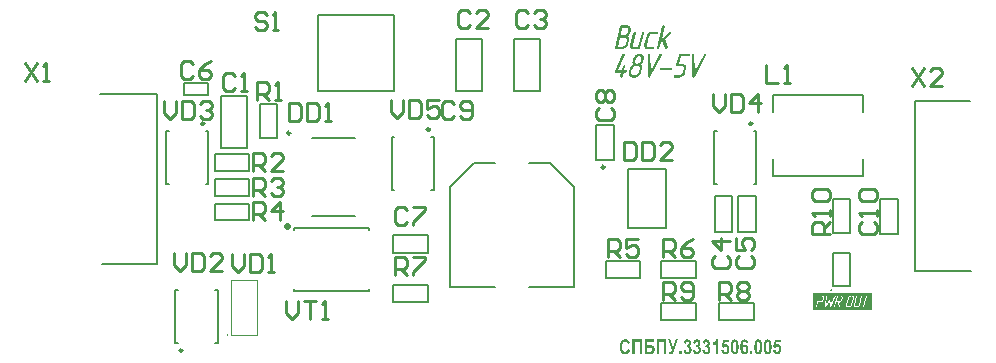
<source format=gto>
G04*
G04 #@! TF.GenerationSoftware,Altium Limited,Altium Designer,19.1.6 (110)*
G04*
G04 Layer_Color=65535*
%FSLAX43Y43*%
%MOMM*%
G71*
G01*
G75*
%ADD10C,0.250*%
%ADD11C,0.200*%
%ADD12C,0.600*%
%ADD13C,0.100*%
%ADD14C,0.254*%
G36*
X102721Y78273D02*
X102743Y78265D01*
X102765Y78248D01*
X102768Y78243D01*
X102779Y78232D01*
X102787Y78215D01*
X102790Y78193D01*
Y78190D01*
Y78185D01*
X102785Y78168D01*
X102471Y76913D01*
Y76910D01*
X102465Y76899D01*
X102457Y76882D01*
X102446Y76866D01*
X102429Y76849D01*
X102407Y76833D01*
X102379Y76821D01*
X102346Y76819D01*
X101852D01*
X101835Y76821D01*
X101810Y76824D01*
X101780Y76830D01*
X101746Y76841D01*
X101710Y76858D01*
X101677Y76882D01*
X101649Y76913D01*
X101646Y76916D01*
X101641Y76924D01*
X101635Y76938D01*
X101627Y76955D01*
X101616Y76974D01*
X101610Y76999D01*
X101605Y77027D01*
X101602Y77055D01*
Y77057D01*
Y77060D01*
X101605Y77080D01*
X101608Y77105D01*
X101613Y77132D01*
X101874Y78179D01*
Y78182D01*
X101877Y78185D01*
X101882Y78198D01*
X101896Y78218D01*
X101916Y78243D01*
X101919Y78246D01*
X101921Y78248D01*
X101941Y78259D01*
X101966Y78271D01*
X101980Y78276D01*
X102005D01*
X102021Y78273D01*
X102046Y78262D01*
X102057Y78257D01*
X102068Y78246D01*
X102074Y78240D01*
X102082Y78223D01*
X102091Y78201D01*
Y78185D01*
X102088Y78168D01*
X101827Y77121D01*
Y77118D01*
X101824Y77113D01*
Y77105D01*
X101821Y77093D01*
X101824Y77068D01*
X101827Y77057D01*
X101832Y77046D01*
X101838Y77041D01*
X101849Y77032D01*
X101869Y77024D01*
X101894Y77019D01*
X102282D01*
X102574Y78179D01*
Y78182D01*
X102576Y78185D01*
X102582Y78198D01*
X102593Y78218D01*
X102604Y78232D01*
X102615Y78243D01*
X102618Y78246D01*
X102621Y78248D01*
X102640Y78259D01*
X102665Y78271D01*
X102679Y78276D01*
X102704D01*
X102721Y78273D01*
D02*
G37*
G36*
X104470Y78831D02*
X104495Y78820D01*
X104506Y78815D01*
X104517Y78804D01*
X104523Y78798D01*
X104531Y78784D01*
X104537Y78759D01*
Y78743D01*
X104534Y78726D01*
X104273Y77679D01*
X104922Y78243D01*
X104925Y78246D01*
X104931Y78248D01*
X104939Y78254D01*
X104947Y78262D01*
X104975Y78273D01*
X104989Y78276D01*
X105006Y78279D01*
X105014D01*
X105022Y78276D01*
X105033Y78273D01*
X105058Y78262D01*
X105072Y78254D01*
X105083Y78240D01*
X105086Y78235D01*
X105092Y78223D01*
X105097Y78210D01*
X105100Y78190D01*
Y78187D01*
Y78185D01*
X105097Y78168D01*
Y78165D01*
X105095Y78162D01*
X105089Y78146D01*
X105075Y78126D01*
X105056Y78107D01*
X104517Y77640D01*
X104778Y76960D01*
Y76913D01*
Y76910D01*
X104775Y76907D01*
X104770Y76891D01*
X104756Y76871D01*
X104734Y76849D01*
X104731D01*
X104728Y76844D01*
X104720Y76841D01*
X104709Y76835D01*
X104684Y76824D01*
X104670Y76821D01*
X104653Y76819D01*
X104648D01*
X104636Y76821D01*
X104617Y76824D01*
X104600Y76833D01*
X104598Y76835D01*
X104589Y76844D01*
X104578Y76855D01*
X104567Y76871D01*
X104337Y77482D01*
X104192Y77357D01*
X104081Y76913D01*
Y76910D01*
X104078Y76905D01*
X104073Y76888D01*
X104059Y76866D01*
X104037Y76844D01*
X104034D01*
X104031Y76841D01*
X104015Y76833D01*
X103987Y76821D01*
X103956Y76819D01*
X103953D01*
X103940Y76821D01*
X103917Y76830D01*
X103887Y76844D01*
X103884Y76846D01*
X103876Y76858D01*
X103867Y76874D01*
X103865Y76894D01*
Y76896D01*
Y76902D01*
X103867Y76913D01*
X103870Y76924D01*
X104323Y78740D01*
Y78743D01*
X104326Y78745D01*
X104331Y78759D01*
X104342Y78779D01*
X104353Y78790D01*
X104364Y78801D01*
X104367Y78804D01*
X104370Y78806D01*
X104389Y78818D01*
X104414Y78829D01*
X104428Y78834D01*
X104453D01*
X104470Y78831D01*
D02*
G37*
G36*
X103906Y78273D02*
X103917Y78271D01*
X103940Y78262D01*
X103951Y78251D01*
X103962Y78240D01*
X103965Y78235D01*
X103973Y78223D01*
X103978Y78207D01*
X103981Y78187D01*
Y78182D01*
Y78168D01*
Y78165D01*
X103978Y78162D01*
X103973Y78148D01*
X103959Y78126D01*
X103937Y78104D01*
X103931Y78098D01*
X103915Y78090D01*
X103890Y78079D01*
X103873Y78076D01*
X103854Y78074D01*
X103357D01*
X103348Y78071D01*
X103340D01*
X103312Y78060D01*
X103298Y78051D01*
X103282Y78040D01*
X103279Y78037D01*
X103276Y78035D01*
X103259Y78018D01*
X103243Y77993D01*
X103229Y77960D01*
X103021Y77121D01*
Y77118D01*
X103018Y77113D01*
Y77105D01*
X103015Y77093D01*
X103018Y77068D01*
X103021Y77057D01*
X103026Y77046D01*
X103032Y77041D01*
X103043Y77032D01*
X103062Y77024D01*
X103087Y77019D01*
X103584D01*
X103601Y77013D01*
X103623Y77005D01*
X103634Y76994D01*
X103645Y76982D01*
Y76980D01*
X103651Y76977D01*
X103659Y76960D01*
X103665Y76938D01*
X103668Y76927D01*
X103665Y76913D01*
Y76910D01*
X103662Y76907D01*
X103656Y76894D01*
X103643Y76871D01*
X103623Y76849D01*
X103620D01*
X103618Y76844D01*
X103601Y76835D01*
X103573Y76824D01*
X103557Y76821D01*
X103540Y76819D01*
X103046D01*
X103029Y76821D01*
X103004Y76824D01*
X102974Y76830D01*
X102940Y76841D01*
X102904Y76858D01*
X102871Y76882D01*
X102843Y76913D01*
X102840Y76916D01*
X102835Y76924D01*
X102829Y76938D01*
X102821Y76955D01*
X102810Y76974D01*
X102804Y76999D01*
X102799Y77027D01*
X102796Y77055D01*
Y77057D01*
Y77060D01*
X102799Y77080D01*
X102801Y77105D01*
X102807Y77132D01*
X103015Y77971D01*
X103018Y77976D01*
X103021Y77990D01*
X103029Y78012D01*
X103043Y78040D01*
X103062Y78071D01*
X103085Y78107D01*
X103115Y78143D01*
X103154Y78179D01*
X103160Y78185D01*
X103173Y78196D01*
X103196Y78210D01*
X103226Y78229D01*
X103262Y78246D01*
X103304Y78262D01*
X103351Y78273D01*
X103401Y78276D01*
X103898D01*
X103906Y78273D01*
D02*
G37*
G36*
X101333Y78831D02*
X101347D01*
X101366Y78826D01*
X101410Y78818D01*
X101458Y78801D01*
X101508Y78776D01*
X101530Y78759D01*
X101555Y78743D01*
X101577Y78720D01*
X101596Y78695D01*
X101599Y78693D01*
X101605Y78684D01*
X101613Y78670D01*
X101624Y78654D01*
X101635Y78632D01*
X101646Y78607D01*
X101655Y78579D01*
X101660Y78548D01*
X101663Y78470D01*
X101660Y78423D01*
X101652Y78379D01*
X101616Y78237D01*
Y78232D01*
X101610Y78221D01*
X101605Y78198D01*
X101596Y78173D01*
X101585Y78146D01*
X101569Y78112D01*
X101552Y78082D01*
X101530Y78049D01*
X101527Y78046D01*
X101519Y78035D01*
X101508Y78021D01*
X101491Y78001D01*
X101472Y77982D01*
X101449Y77960D01*
X101427Y77940D01*
X101402Y77921D01*
X101405Y77918D01*
X101413Y77912D01*
X101422Y77904D01*
X101435Y77887D01*
X101452Y77868D01*
X101469Y77843D01*
X101485Y77810D01*
X101502Y77771D01*
X101505Y77765D01*
X101508Y77751D01*
X101513Y77729D01*
X101519Y77701D01*
X101524Y77665D01*
Y77627D01*
X101522Y77582D01*
X101513Y77538D01*
X101441Y77260D01*
Y77257D01*
X101438Y77252D01*
X101435Y77243D01*
X101433Y77230D01*
X101427Y77216D01*
X101419Y77199D01*
X101399Y77157D01*
X101372Y77107D01*
X101333Y77057D01*
X101311Y77030D01*
X101286Y77005D01*
X101258Y76977D01*
X101227Y76952D01*
X101224Y76949D01*
X101219Y76946D01*
X101211Y76941D01*
X101197Y76932D01*
X101183Y76921D01*
X101163Y76910D01*
X101119Y76885D01*
X101066Y76860D01*
X101008Y76841D01*
X100944Y76824D01*
X100914Y76821D01*
X100880Y76819D01*
X100378D01*
X100364Y76821D01*
X100347Y76827D01*
X100328Y76835D01*
X100314Y76849D01*
X100303Y76866D01*
X100300Y76891D01*
Y76894D01*
Y76902D01*
X100303Y76913D01*
X100306Y76924D01*
X100758Y78737D01*
Y78743D01*
X100764Y78754D01*
X100769Y78768D01*
X100783Y78787D01*
X100797Y78804D01*
X100819Y78820D01*
X100847Y78831D01*
X100880Y78834D01*
X101319D01*
X101333Y78831D01*
D02*
G37*
G36*
X105100Y75225D02*
X105111Y75222D01*
X105136Y75213D01*
X105147Y75202D01*
X105158Y75191D01*
X105161Y75188D01*
X105167Y75177D01*
X105172Y75161D01*
X105175Y75141D01*
Y75138D01*
Y75136D01*
Y75122D01*
Y75119D01*
X105172Y75116D01*
X105167Y75102D01*
X105153Y75080D01*
X105133Y75058D01*
X105131D01*
X105128Y75052D01*
X105111Y75044D01*
X105083Y75033D01*
X105067Y75030D01*
X105050Y75027D01*
X104203D01*
X104192Y75030D01*
X104181Y75033D01*
X104156Y75041D01*
X104142Y75050D01*
X104131Y75061D01*
X104128Y75064D01*
X104126Y75075D01*
X104120Y75091D01*
X104117Y75108D01*
Y75111D01*
Y75116D01*
X104123Y75133D01*
X104126Y75136D01*
X104128Y75150D01*
X104140Y75166D01*
X104159Y75191D01*
X104162Y75194D01*
X104164Y75197D01*
X104173Y75202D01*
X104184Y75211D01*
X104212Y75222D01*
X104228Y75225D01*
X104248Y75227D01*
X105092D01*
X105100Y75225D01*
D02*
G37*
G36*
X107948Y76410D02*
X107960D01*
X107985Y76399D01*
X107998Y76391D01*
X108010Y76379D01*
X108012Y76377D01*
X108018Y76366D01*
X108023Y76349D01*
X108026Y76329D01*
Y76327D01*
Y76321D01*
X108023Y76304D01*
X108015Y76282D01*
X107077Y74481D01*
X107074Y74478D01*
X107068Y74469D01*
X107060Y74456D01*
X107046Y74442D01*
X107030Y74425D01*
X107007Y74414D01*
X106985Y74403D01*
X106957Y74400D01*
X106955D01*
X106943Y74403D01*
X106930Y74406D01*
X106913Y74411D01*
X106896Y74422D01*
X106882Y74439D01*
X106871Y74461D01*
X106869Y74492D01*
X106830Y76293D01*
X106832Y76318D01*
Y76321D01*
X106835Y76324D01*
X106841Y76341D01*
X106855Y76360D01*
X106877Y76382D01*
X106880Y76385D01*
X106882Y76388D01*
X106891Y76393D01*
X106902Y76399D01*
X106930Y76407D01*
X106943Y76413D01*
X106966D01*
X106980Y76410D01*
X106996Y76404D01*
X107013Y76393D01*
X107018Y76391D01*
X107027Y76379D01*
X107038Y76363D01*
X107043Y76349D01*
X107049Y76332D01*
X107080Y74922D01*
X107821Y76341D01*
X107824Y76346D01*
X107829Y76357D01*
X107843Y76371D01*
X107860Y76388D01*
X107862D01*
X107865Y76391D01*
X107879Y76399D01*
X107904Y76407D01*
X107932Y76413D01*
X107940D01*
X107948Y76410D01*
D02*
G37*
G36*
X104198Y76410D02*
X104209D01*
X104234Y76399D01*
X104248Y76391D01*
X104259Y76379D01*
X104262Y76377D01*
X104267Y76366D01*
X104273Y76349D01*
X104276Y76329D01*
Y76327D01*
Y76321D01*
X104273Y76304D01*
X104264Y76282D01*
X103326Y74481D01*
X103323Y74478D01*
X103318Y74469D01*
X103309Y74456D01*
X103296Y74442D01*
X103279Y74425D01*
X103257Y74414D01*
X103234Y74403D01*
X103207Y74400D01*
X103204D01*
X103193Y74403D01*
X103179Y74406D01*
X103162Y74411D01*
X103146Y74422D01*
X103132Y74439D01*
X103121Y74461D01*
X103118Y74492D01*
X103079Y76293D01*
X103082Y76318D01*
Y76321D01*
X103085Y76324D01*
X103090Y76341D01*
X103104Y76360D01*
X103126Y76382D01*
X103129Y76385D01*
X103132Y76388D01*
X103140Y76393D01*
X103151Y76399D01*
X103179Y76407D01*
X103193Y76413D01*
X103215D01*
X103229Y76410D01*
X103246Y76404D01*
X103262Y76393D01*
X103268Y76391D01*
X103276Y76379D01*
X103287Y76363D01*
X103293Y76349D01*
X103298Y76332D01*
X103329Y74922D01*
X104070Y76341D01*
X104073Y76346D01*
X104078Y76357D01*
X104092Y76371D01*
X104109Y76388D01*
X104112D01*
X104115Y76391D01*
X104128Y76399D01*
X104153Y76407D01*
X104181Y76413D01*
X104189D01*
X104198Y76410D01*
D02*
G37*
G36*
X106574Y76413D02*
X106585Y76410D01*
X106610Y76399D01*
X106621Y76391D01*
X106633Y76377D01*
X106635Y76374D01*
X106641Y76363D01*
X106646Y76346D01*
X106649Y76327D01*
Y76321D01*
Y76307D01*
Y76304D01*
X106646Y76302D01*
X106641Y76288D01*
X106627Y76266D01*
X106608Y76243D01*
X106605D01*
X106602Y76238D01*
X106585Y76230D01*
X106558Y76218D01*
X106541Y76216D01*
X106524Y76213D01*
X105927D01*
X105766Y75574D01*
X106019D01*
X106033Y75572D01*
X106047D01*
X106066Y75566D01*
X106111Y75558D01*
X106158Y75541D01*
X106205Y75516D01*
X106230Y75502D01*
X106252Y75483D01*
X106274Y75463D01*
X106294Y75438D01*
Y75436D01*
X106299Y75433D01*
X106302Y75424D01*
X106311Y75416D01*
X106324Y75386D01*
X106338Y75349D01*
X106352Y75302D01*
X106360Y75250D01*
Y75188D01*
X106358Y75155D01*
X106349Y75122D01*
X106280Y74841D01*
Y74839D01*
X106277Y74833D01*
X106274Y74825D01*
X106272Y74811D01*
X106266Y74797D01*
X106258Y74778D01*
X106238Y74736D01*
X106211Y74686D01*
X106174Y74633D01*
X106127Y74580D01*
X106102Y74555D01*
X106072Y74530D01*
X106069D01*
X106063Y74525D01*
X106055Y74519D01*
X106044Y74511D01*
X106027Y74500D01*
X106011Y74489D01*
X105966Y74467D01*
X105914Y74442D01*
X105855Y74419D01*
X105791Y74406D01*
X105755Y74403D01*
X105722Y74400D01*
X105364D01*
X105353Y74403D01*
X105342Y74406D01*
X105317Y74414D01*
X105303Y74422D01*
X105292Y74433D01*
X105289Y74436D01*
X105286Y74447D01*
X105281Y74464D01*
X105278Y74481D01*
Y74483D01*
Y74489D01*
X105283Y74506D01*
X105286Y74508D01*
X105289Y74522D01*
X105300Y74539D01*
X105319Y74564D01*
X105322Y74567D01*
X105325Y74569D01*
X105333Y74575D01*
X105342Y74583D01*
X105369Y74594D01*
X105386Y74597D01*
X105405Y74600D01*
X105775D01*
X105794Y74603D01*
X105819Y74608D01*
X105850Y74617D01*
X105880Y74630D01*
X105916Y74647D01*
X105950Y74672D01*
X105952Y74675D01*
X105963Y74686D01*
X105980Y74703D01*
X106000Y74722D01*
X106019Y74750D01*
X106038Y74780D01*
X106055Y74816D01*
X106069Y74855D01*
X106138Y75133D01*
Y75138D01*
X106141Y75150D01*
X106144Y75169D01*
Y75194D01*
Y75222D01*
X106138Y75250D01*
X106127Y75277D01*
X106111Y75305D01*
X106108Y75308D01*
X106102Y75316D01*
X106091Y75327D01*
X106075Y75341D01*
X106052Y75352D01*
X106030Y75363D01*
X106000Y75372D01*
X105966Y75374D01*
X105608D01*
X105597Y75377D01*
X105580Y75380D01*
X105561Y75388D01*
X105541Y75399D01*
X105530Y75419D01*
X105522Y75444D01*
X105525Y75461D01*
X105528Y75480D01*
X105736Y76318D01*
Y76324D01*
X105741Y76335D01*
X105750Y76349D01*
X105761Y76368D01*
X105777Y76385D01*
X105800Y76402D01*
X105827Y76413D01*
X105861Y76416D01*
X106566D01*
X106574Y76413D01*
D02*
G37*
G36*
X102440D02*
X102454D01*
X102474Y76407D01*
X102518Y76399D01*
X102565Y76382D01*
X102615Y76357D01*
X102640Y76343D01*
X102663Y76324D01*
X102688Y76304D01*
X102707Y76280D01*
X102710Y76277D01*
X102715Y76268D01*
X102724Y76255D01*
X102735Y76238D01*
X102746Y76216D01*
X102754Y76191D01*
X102765Y76163D01*
X102771Y76132D01*
X102774Y76055D01*
X102768Y76007D01*
X102760Y75960D01*
X102724Y75819D01*
Y75813D01*
X102718Y75799D01*
X102713Y75780D01*
X102704Y75755D01*
X102693Y75724D01*
X102676Y75691D01*
X102660Y75660D01*
X102638Y75627D01*
X102635Y75624D01*
X102626Y75613D01*
X102615Y75599D01*
X102599Y75580D01*
X102579Y75560D01*
X102560Y75538D01*
X102538Y75519D01*
X102513Y75502D01*
X102515Y75499D01*
X102521Y75497D01*
X102532Y75485D01*
X102546Y75472D01*
X102560Y75455D01*
X102576Y75427D01*
X102593Y75397D01*
X102610Y75358D01*
X102613Y75352D01*
X102615Y75338D01*
X102621Y75316D01*
X102626Y75286D01*
X102632Y75250D01*
Y75211D01*
X102629Y75166D01*
X102621Y75119D01*
X102549Y74841D01*
Y74839D01*
X102546Y74833D01*
X102543Y74825D01*
X102540Y74811D01*
X102535Y74794D01*
X102527Y74778D01*
X102507Y74733D01*
X102479Y74683D01*
X102443Y74633D01*
X102396Y74578D01*
X102371Y74553D01*
X102341Y74528D01*
X102338D01*
X102332Y74522D01*
X102324Y74517D01*
X102313Y74508D01*
X102299Y74497D01*
X102279Y74486D01*
X102238Y74464D01*
X102185Y74442D01*
X102124Y74419D01*
X102060Y74406D01*
X102027Y74403D01*
X101991Y74400D01*
X101835D01*
X101821Y74403D01*
X101788Y74408D01*
X101749Y74417D01*
X101702Y74433D01*
X101652Y74456D01*
X101605Y74489D01*
X101583Y74511D01*
X101560Y74533D01*
X101558Y74539D01*
X101549Y74550D01*
X101535Y74569D01*
X101524Y74594D01*
X101510Y74625D01*
X101497Y74661D01*
X101488Y74700D01*
X101485Y74744D01*
Y74747D01*
Y74753D01*
Y74764D01*
X101488Y74778D01*
X101491Y74814D01*
X101499Y74853D01*
X101569Y75133D01*
X101572Y75138D01*
X101574Y75152D01*
X101583Y75175D01*
X101594Y75202D01*
X101608Y75236D01*
X101630Y75272D01*
X101652Y75311D01*
X101683Y75349D01*
X101685Y75355D01*
X101699Y75366D01*
X101716Y75386D01*
X101738Y75408D01*
X101766Y75433D01*
X101799Y75458D01*
X101832Y75483D01*
X101869Y75505D01*
X101866Y75508D01*
X101863Y75513D01*
X101855Y75522D01*
X101846Y75535D01*
X101838Y75552D01*
X101827Y75574D01*
X101819Y75602D01*
X101807Y75633D01*
Y75638D01*
X101805Y75649D01*
X101802Y75666D01*
X101799Y75691D01*
Y75721D01*
X101802Y75755D01*
X101805Y75791D01*
X101813Y75830D01*
X101849Y75971D01*
Y75974D01*
X101852Y75980D01*
X101855Y75988D01*
X101857Y75999D01*
X101863Y76016D01*
X101871Y76032D01*
X101891Y76074D01*
X101919Y76121D01*
X101955Y76174D01*
X101999Y76230D01*
X102024Y76255D01*
X102055Y76282D01*
X102057Y76285D01*
X102068Y76293D01*
X102085Y76304D01*
X102107Y76321D01*
X102132Y76335D01*
X102160Y76352D01*
X102193Y76368D01*
X102224Y76382D01*
X102307Y76404D01*
X102360Y76413D01*
X102407Y76416D01*
X102427D01*
X102440Y76413D01*
D02*
G37*
G36*
X101069D02*
X101080D01*
X101105Y76402D01*
X101119Y76396D01*
X101130Y76385D01*
X101136Y76379D01*
X101144Y76363D01*
X101150Y76341D01*
Y76324D01*
X101147Y76307D01*
X101141Y76291D01*
X100569Y75019D01*
X100886D01*
X100969Y75344D01*
Y75347D01*
X100972Y75349D01*
X100977Y75363D01*
X100991Y75383D01*
X101011Y75405D01*
X101013Y75408D01*
X101016Y75411D01*
X101036Y75422D01*
X101061Y75433D01*
X101075Y75438D01*
X101100D01*
X101116Y75436D01*
X101141Y75424D01*
X101152Y75419D01*
X101163Y75408D01*
X101169Y75402D01*
X101177Y75388D01*
X101186Y75363D01*
Y75349D01*
X101183Y75333D01*
X101102Y75019D01*
X101277D01*
X101294Y75014D01*
X101319Y75005D01*
X101330Y74994D01*
X101341Y74983D01*
X101344Y74977D01*
X101352Y74966D01*
X101358Y74950D01*
X101361Y74930D01*
Y74925D01*
X101358Y74914D01*
Y74911D01*
X101355Y74908D01*
X101349Y74891D01*
X101336Y74869D01*
X101316Y74847D01*
X101313D01*
X101311Y74841D01*
X101294Y74833D01*
X101266Y74822D01*
X101249Y74819D01*
X101233Y74816D01*
X101052D01*
X100972Y74494D01*
Y74492D01*
X100969Y74486D01*
X100964Y74469D01*
X100950Y74447D01*
X100927Y74425D01*
X100925D01*
X100922Y74422D01*
X100905Y74414D01*
X100877Y74403D01*
X100847Y74400D01*
X100844D01*
X100830Y74403D01*
X100808Y74411D01*
X100778Y74425D01*
Y74428D01*
X100772Y74431D01*
X100764Y74447D01*
X100758Y74472D01*
Y74489D01*
X100761Y74506D01*
X100836Y74816D01*
X100386D01*
X100378Y74819D01*
X100364Y74822D01*
X100339Y74830D01*
X100328Y74839D01*
X100317Y74850D01*
X100314Y74853D01*
X100308Y74864D01*
X100303Y74878D01*
X100300Y74897D01*
Y74900D01*
Y74905D01*
X100306Y74925D01*
X100311Y74941D01*
X100939Y76338D01*
Y76341D01*
X100941Y76343D01*
X100952Y76360D01*
X100969Y76379D01*
X100991Y76399D01*
X101050Y76416D01*
X101058D01*
X101069Y76413D01*
D02*
G37*
G36*
X122100Y54700D02*
X117100D01*
Y56194D01*
X122100D01*
Y54700D01*
D02*
G37*
G36*
X111314Y52241D02*
X111336Y52239D01*
X111362Y52233D01*
X111393Y52224D01*
X111425Y52209D01*
X111458Y52191D01*
X111488Y52165D01*
X111491Y52161D01*
X111501Y52150D01*
X111514Y52131D01*
X111530Y52107D01*
X111547Y52074D01*
X111564Y52033D01*
X111577Y51987D01*
X111588Y51931D01*
X111397Y51905D01*
Y51907D01*
Y51911D01*
X111395Y51918D01*
X111393Y51928D01*
X111388Y51950D01*
X111377Y51976D01*
X111364Y52000D01*
X111343Y52022D01*
X111330Y52031D01*
X111317Y52039D01*
X111301Y52042D01*
X111284Y52044D01*
X111282D01*
X111273Y52042D01*
X111262Y52041D01*
X111247Y52035D01*
X111230Y52028D01*
X111214Y52015D01*
X111195Y51998D01*
X111178Y51974D01*
X111177Y51970D01*
X111175Y51967D01*
X111171Y51959D01*
X111169Y51952D01*
X111164Y51941D01*
X111160Y51928D01*
X111156Y51913D01*
X111151Y51894D01*
X111147Y51874D01*
X111141Y51850D01*
X111138Y51824D01*
X111134Y51796D01*
X111130Y51765D01*
X111127Y51730D01*
X111125Y51691D01*
X111127Y51693D01*
X111132Y51700D01*
X111140Y51709D01*
X111149Y51720D01*
X111162Y51733D01*
X111175Y51746D01*
X111190Y51759D01*
X111206Y51770D01*
X111208Y51772D01*
X111214Y51774D01*
X111225Y51780D01*
X111236Y51785D01*
X111251Y51789D01*
X111269Y51794D01*
X111288Y51796D01*
X111308Y51798D01*
X111319D01*
X111328Y51796D01*
X111340Y51794D01*
X111351Y51792D01*
X111380Y51783D01*
X111412Y51770D01*
X111430Y51761D01*
X111447Y51750D01*
X111465Y51737D01*
X111482Y51722D01*
X111501Y51705D01*
X111517Y51685D01*
X111519Y51683D01*
X111521Y51680D01*
X111527Y51674D01*
X111532Y51665D01*
X111538Y51654D01*
X111547Y51641D01*
X111554Y51624D01*
X111564Y51605D01*
X111571Y51585D01*
X111580Y51563D01*
X111588Y51539D01*
X111593Y51513D01*
X111601Y51483D01*
X111604Y51454D01*
X111606Y51420D01*
X111608Y51387D01*
Y51385D01*
Y51378D01*
Y51368D01*
X111606Y51355D01*
X111604Y51339D01*
X111602Y51318D01*
X111601Y51298D01*
X111597Y51274D01*
X111584Y51226D01*
X111567Y51174D01*
X111556Y51148D01*
X111543Y51124D01*
X111528Y51100D01*
X111512Y51078D01*
X111510Y51076D01*
X111508Y51072D01*
X111502Y51067D01*
X111495Y51061D01*
X111486Y51052D01*
X111475Y51043D01*
X111447Y51022D01*
X111414Y51002D01*
X111373Y50983D01*
X111351Y50978D01*
X111327Y50972D01*
X111302Y50968D01*
X111277Y50967D01*
X111269D01*
X111262Y50968D01*
X111251D01*
X111238Y50970D01*
X111223Y50974D01*
X111188Y50985D01*
X111167Y50993D01*
X111147Y51002D01*
X111125Y51013D01*
X111104Y51028D01*
X111082Y51044D01*
X111062Y51063D01*
X111041Y51085D01*
X111021Y51111D01*
X111019Y51113D01*
X111017Y51118D01*
X111012Y51128D01*
X111006Y51139D01*
X110999Y51156D01*
X110990Y51176D01*
X110980Y51198D01*
X110971Y51226D01*
X110962Y51257D01*
X110953Y51294D01*
X110945Y51333D01*
X110936Y51378D01*
X110930Y51426D01*
X110925Y51478D01*
X110923Y51535D01*
X110921Y51596D01*
Y51598D01*
Y51600D01*
Y51611D01*
Y51630D01*
X110923Y51652D01*
X110925Y51681D01*
X110927Y51713D01*
X110930Y51748D01*
X110934Y51787D01*
X110947Y51868D01*
X110965Y51950D01*
X110977Y51989D01*
X110991Y52026D01*
X111006Y52061D01*
X111025Y52091D01*
X111027Y52092D01*
X111030Y52098D01*
X111036Y52105D01*
X111043Y52115D01*
X111054Y52126D01*
X111067Y52139D01*
X111082Y52152D01*
X111099Y52167D01*
X111117Y52181D01*
X111138Y52194D01*
X111184Y52218D01*
X111210Y52228D01*
X111236Y52237D01*
X111265Y52241D01*
X111295Y52242D01*
X111306D01*
X111314Y52241D01*
D02*
G37*
G36*
X101224Y52257D02*
X101239Y52255D01*
X101255Y52254D01*
X101274Y52250D01*
X101294Y52244D01*
X101341Y52229D01*
X101365Y52220D01*
X101389Y52209D01*
X101413Y52194D01*
X101437Y52178D01*
X101461Y52159D01*
X101483Y52139D01*
X101485D01*
X101487Y52135D01*
X101491Y52129D01*
X101496Y52124D01*
X101504Y52115D01*
X101511Y52104D01*
X101520Y52091D01*
X101529Y52076D01*
X101539Y52059D01*
X101550Y52042D01*
X101559Y52022D01*
X101570Y52000D01*
X101579Y51974D01*
X101589Y51948D01*
X101598Y51920D01*
X101605Y51891D01*
X101400Y51831D01*
Y51833D01*
X101398Y51835D01*
Y51841D01*
X101396Y51848D01*
X101391Y51867D01*
X101383Y51889D01*
X101372Y51915D01*
X101357Y51941D01*
X101341Y51965D01*
X101320Y51987D01*
X101318Y51989D01*
X101311Y51996D01*
X101298Y52005D01*
X101281Y52015D01*
X101261Y52026D01*
X101239Y52033D01*
X101213Y52041D01*
X101183Y52042D01*
X101172D01*
X101165Y52041D01*
X101144Y52037D01*
X101118Y52029D01*
X101089Y52018D01*
X101057Y52000D01*
X101042Y51989D01*
X101028Y51976D01*
X101013Y51961D01*
X100998Y51942D01*
Y51941D01*
X100994Y51939D01*
X100992Y51931D01*
X100987Y51924D01*
X100981Y51913D01*
X100976Y51900D01*
X100970Y51883D01*
X100963Y51865D01*
X100955Y51844D01*
X100950Y51820D01*
X100944Y51792D01*
X100939Y51763D01*
X100935Y51731D01*
X100931Y51696D01*
X100928Y51657D01*
Y51617D01*
Y51615D01*
Y51605D01*
Y51594D01*
X100929Y51578D01*
Y51559D01*
X100931Y51537D01*
X100933Y51513D01*
X100937Y51487D01*
X100944Y51431D01*
X100957Y51376D01*
X100965Y51350D01*
X100974Y51324D01*
X100985Y51302D01*
X100996Y51281D01*
Y51280D01*
X101000Y51278D01*
X101009Y51267D01*
X101024Y51250D01*
X101046Y51233D01*
X101072Y51215D01*
X101102Y51198D01*
X101139Y51187D01*
X101157Y51185D01*
X101178Y51183D01*
X101181D01*
X101191Y51185D01*
X101207Y51187D01*
X101226Y51191D01*
X101248Y51198D01*
X101272Y51209D01*
X101296Y51226D01*
X101318Y51246D01*
X101320Y51250D01*
X101328Y51259D01*
X101339Y51274D01*
X101352Y51296D01*
X101366Y51324D01*
X101379Y51359D01*
X101394Y51400D01*
X101405Y51450D01*
X101607Y51372D01*
Y51370D01*
X101605Y51363D01*
X101602Y51352D01*
X101598Y51337D01*
X101592Y51320D01*
X101587Y51300D01*
X101579Y51278D01*
X101570Y51254D01*
X101548Y51204D01*
X101520Y51152D01*
X101489Y51104D01*
X101470Y51083D01*
X101450Y51063D01*
X101448Y51061D01*
X101444Y51059D01*
X101439Y51054D01*
X101429Y51048D01*
X101420Y51041D01*
X101407Y51033D01*
X101392Y51024D01*
X101376Y51015D01*
X101357Y51006D01*
X101337Y50996D01*
X101291Y50981D01*
X101239Y50970D01*
X101211Y50968D01*
X101181Y50967D01*
X101172D01*
X101163Y50968D01*
X101148D01*
X101131Y50972D01*
X101111Y50974D01*
X101089Y50980D01*
X101065Y50985D01*
X101039Y50994D01*
X101013Y51004D01*
X100987Y51017D01*
X100959Y51031D01*
X100931Y51050D01*
X100905Y51070D01*
X100879Y51093D01*
X100855Y51120D01*
X100854Y51122D01*
X100850Y51128D01*
X100842Y51139D01*
X100833Y51154D01*
X100822Y51170D01*
X100811Y51193D01*
X100798Y51218D01*
X100785Y51248D01*
X100770Y51280D01*
X100757Y51317D01*
X100746Y51355D01*
X100735Y51398D01*
X100726Y51444D01*
X100718Y51494D01*
X100715Y51546D01*
X100713Y51602D01*
Y51604D01*
Y51605D01*
Y51617D01*
X100715Y51633D01*
Y51654D01*
X100717Y51681D01*
X100720Y51713D01*
X100726Y51746D01*
X100731Y51783D01*
X100739Y51824D01*
X100748Y51865D01*
X100759Y51905D01*
X100774Y51948D01*
X100791Y51989D01*
X100809Y52028D01*
X100831Y52067D01*
X100857Y52102D01*
X100859Y52104D01*
X100863Y52109D01*
X100870Y52117D01*
X100879Y52126D01*
X100892Y52139D01*
X100907Y52152D01*
X100926Y52167D01*
X100946Y52181D01*
X100968Y52194D01*
X100994Y52209D01*
X101022Y52222D01*
X101052Y52235D01*
X101085Y52244D01*
X101118Y52252D01*
X101155Y52257D01*
X101194Y52259D01*
X101211D01*
X101224Y52257D01*
D02*
G37*
G36*
X105327Y51287D02*
Y51285D01*
X105323Y51280D01*
X105322Y51270D01*
X105316Y51259D01*
X105311Y51244D01*
X105303Y51228D01*
X105288Y51191D01*
X105268Y51150D01*
X105248Y51111D01*
X105225Y51074D01*
X105214Y51057D01*
X105203Y51043D01*
X105201Y51039D01*
X105192Y51031D01*
X105179Y51020D01*
X105162Y51007D01*
X105142Y50994D01*
X105118Y50983D01*
X105090Y50976D01*
X105059Y50972D01*
X105031D01*
X105011Y50974D01*
X104988Y50976D01*
X104964Y50978D01*
X104916Y50987D01*
Y51174D01*
X104944D01*
X104970Y51172D01*
X105005D01*
X105018Y51174D01*
X105035Y51176D01*
X105051Y51180D01*
X105068Y51185D01*
X105085Y51193D01*
X105098Y51202D01*
X105099Y51204D01*
X105103Y51209D01*
X105109Y51217D01*
X105118Y51231D01*
X105127Y51250D01*
X105136Y51272D01*
X105148Y51302D01*
X105159Y51339D01*
X104781Y52239D01*
X105012D01*
X105251Y51589D01*
X105459Y52239D01*
X105673D01*
X105327Y51287D01*
D02*
G37*
G36*
X108077Y52241D02*
X108088Y52239D01*
X108101Y52237D01*
X108134Y52229D01*
X108169Y52218D01*
X108206Y52200D01*
X108225Y52189D01*
X108244Y52176D01*
X108260Y52161D01*
X108277Y52142D01*
X108279Y52141D01*
X108281Y52139D01*
X108284Y52133D01*
X108290Y52126D01*
X108295Y52117D01*
X108303Y52105D01*
X108319Y52078D01*
X108334Y52044D01*
X108347Y52007D01*
X108356Y51967D01*
X108360Y51944D01*
Y51922D01*
Y51918D01*
Y51909D01*
X108358Y51892D01*
X108355Y51874D01*
X108351Y51850D01*
X108344Y51826D01*
X108334Y51800D01*
X108321Y51774D01*
X108319Y51770D01*
X108314Y51763D01*
X108306Y51752D01*
X108294Y51735D01*
X108279Y51718D01*
X108258Y51698D01*
X108236Y51678D01*
X108210Y51659D01*
X108212D01*
X108214Y51657D01*
X108225Y51654D01*
X108240Y51648D01*
X108260Y51639D01*
X108282Y51624D01*
X108305Y51607D01*
X108327Y51585D01*
X108349Y51557D01*
X108351Y51554D01*
X108358Y51543D01*
X108368Y51526D01*
X108377Y51504D01*
X108388Y51476D01*
X108395Y51443D01*
X108403Y51404D01*
X108405Y51361D01*
Y51359D01*
Y51354D01*
Y51344D01*
X108403Y51333D01*
X108401Y51318D01*
X108399Y51302D01*
X108395Y51283D01*
X108392Y51261D01*
X108379Y51217D01*
X108360Y51170D01*
X108349Y51146D01*
X108336Y51122D01*
X108319Y51100D01*
X108301Y51078D01*
X108299Y51076D01*
X108297Y51072D01*
X108290Y51067D01*
X108282Y51061D01*
X108273Y51052D01*
X108262Y51043D01*
X108232Y51022D01*
X108197Y51002D01*
X108157Y50983D01*
X108132Y50978D01*
X108108Y50972D01*
X108084Y50968D01*
X108058Y50967D01*
X108045D01*
X108036Y50968D01*
X108025Y50970D01*
X108010Y50972D01*
X107979Y50978D01*
X107944Y50989D01*
X107905Y51007D01*
X107884Y51017D01*
X107866Y51030D01*
X107847Y51044D01*
X107829Y51061D01*
X107827Y51063D01*
X107825Y51065D01*
X107820Y51070D01*
X107814Y51078D01*
X107807Y51089D01*
X107799Y51100D01*
X107790Y51113D01*
X107781Y51130D01*
X107771Y51146D01*
X107762Y51167D01*
X107753Y51187D01*
X107744Y51211D01*
X107731Y51261D01*
X107721Y51320D01*
X107912Y51348D01*
Y51346D01*
Y51344D01*
X107914Y51333D01*
X107916Y51318D01*
X107921Y51298D01*
X107927Y51276D01*
X107936Y51254D01*
X107947Y51231D01*
X107960Y51213D01*
X107962Y51211D01*
X107968Y51206D01*
X107977Y51198D01*
X107988Y51191D01*
X108001Y51181D01*
X108018Y51174D01*
X108036Y51168D01*
X108057Y51167D01*
X108068D01*
X108079Y51170D01*
X108092Y51174D01*
X108108Y51180D01*
X108127Y51189D01*
X108144Y51202D01*
X108160Y51220D01*
X108162Y51222D01*
X108168Y51231D01*
X108173Y51243D01*
X108182Y51261D01*
X108190Y51281D01*
X108195Y51309D01*
X108201Y51339D01*
X108203Y51374D01*
Y51376D01*
Y51378D01*
Y51389D01*
X108201Y51405D01*
X108197Y51426D01*
X108194Y51448D01*
X108186Y51472D01*
X108175Y51496D01*
X108162Y51517D01*
X108160Y51518D01*
X108155Y51526D01*
X108145Y51533D01*
X108134Y51544D01*
X108119Y51554D01*
X108103Y51563D01*
X108084Y51568D01*
X108064Y51570D01*
X108049D01*
X108040Y51568D01*
X108027Y51567D01*
X108010Y51563D01*
X107994Y51557D01*
X107975Y51552D01*
X107995Y51748D01*
X108008D01*
X108023Y51750D01*
X108040Y51752D01*
X108060Y51757D01*
X108081Y51763D01*
X108099Y51774D01*
X108118Y51787D01*
X108119Y51789D01*
X108125Y51794D01*
X108132Y51805D01*
X108140Y51818D01*
X108147Y51835D01*
X108155Y51855D01*
X108160Y51880D01*
X108162Y51907D01*
Y51911D01*
Y51918D01*
X108160Y51930D01*
X108158Y51944D01*
X108155Y51959D01*
X108147Y51976D01*
X108140Y51992D01*
X108129Y52007D01*
X108127Y52009D01*
X108123Y52013D01*
X108116Y52018D01*
X108107Y52026D01*
X108095Y52033D01*
X108081Y52039D01*
X108064Y52042D01*
X108045Y52044D01*
X108038D01*
X108027Y52042D01*
X108016Y52039D01*
X108003Y52033D01*
X107988Y52026D01*
X107973Y52017D01*
X107958Y52002D01*
X107957Y52000D01*
X107953Y51994D01*
X107947Y51983D01*
X107940Y51970D01*
X107932Y51954D01*
X107925Y51931D01*
X107920Y51907D01*
X107916Y51878D01*
X107734Y51915D01*
Y51917D01*
X107736Y51922D01*
X107738Y51931D01*
X107740Y51942D01*
X107744Y51957D01*
X107747Y51972D01*
X107758Y52009D01*
X107773Y52050D01*
X107792Y52091D01*
X107816Y52129D01*
X107829Y52148D01*
X107844Y52163D01*
X107845Y52165D01*
X107847Y52167D01*
X107858Y52176D01*
X107877Y52189D01*
X107901Y52204D01*
X107931Y52217D01*
X107968Y52229D01*
X108008Y52239D01*
X108031Y52242D01*
X108066D01*
X108077Y52241D01*
D02*
G37*
G36*
X107279Y52241D02*
X107290Y52239D01*
X107303Y52237D01*
X107336Y52229D01*
X107371Y52218D01*
X107408Y52200D01*
X107427Y52189D01*
X107445Y52176D01*
X107462Y52161D01*
X107479Y52142D01*
X107481Y52141D01*
X107483Y52139D01*
X107486Y52133D01*
X107492Y52126D01*
X107497Y52117D01*
X107505Y52105D01*
X107521Y52078D01*
X107536Y52044D01*
X107549Y52007D01*
X107558Y51967D01*
X107562Y51944D01*
Y51922D01*
Y51918D01*
Y51909D01*
X107560Y51892D01*
X107557Y51874D01*
X107553Y51850D01*
X107545Y51826D01*
X107536Y51800D01*
X107523Y51774D01*
X107521Y51770D01*
X107516Y51763D01*
X107508Y51752D01*
X107495Y51735D01*
X107481Y51718D01*
X107460Y51698D01*
X107438Y51678D01*
X107412Y51659D01*
X107414D01*
X107416Y51657D01*
X107427Y51654D01*
X107442Y51648D01*
X107462Y51639D01*
X107484Y51624D01*
X107507Y51607D01*
X107529Y51585D01*
X107551Y51557D01*
X107553Y51554D01*
X107560Y51543D01*
X107570Y51526D01*
X107579Y51504D01*
X107590Y51476D01*
X107597Y51443D01*
X107605Y51404D01*
X107607Y51361D01*
Y51359D01*
Y51354D01*
Y51344D01*
X107605Y51333D01*
X107603Y51318D01*
X107601Y51302D01*
X107597Y51283D01*
X107594Y51261D01*
X107581Y51217D01*
X107562Y51170D01*
X107551Y51146D01*
X107538Y51122D01*
X107521Y51100D01*
X107503Y51078D01*
X107501Y51076D01*
X107499Y51072D01*
X107492Y51067D01*
X107484Y51061D01*
X107475Y51052D01*
X107464Y51043D01*
X107434Y51022D01*
X107399Y51002D01*
X107358Y50983D01*
X107334Y50978D01*
X107310Y50972D01*
X107286Y50968D01*
X107260Y50967D01*
X107247D01*
X107238Y50968D01*
X107227Y50970D01*
X107212Y50972D01*
X107181Y50978D01*
X107146Y50989D01*
X107107Y51007D01*
X107086Y51017D01*
X107068Y51030D01*
X107049Y51044D01*
X107031Y51061D01*
X107029Y51063D01*
X107027Y51065D01*
X107021Y51070D01*
X107016Y51078D01*
X107008Y51089D01*
X107001Y51100D01*
X106992Y51113D01*
X106983Y51130D01*
X106973Y51146D01*
X106964Y51167D01*
X106955Y51187D01*
X106946Y51211D01*
X106933Y51261D01*
X106923Y51320D01*
X107114Y51348D01*
Y51346D01*
Y51344D01*
X107116Y51333D01*
X107118Y51318D01*
X107123Y51298D01*
X107129Y51276D01*
X107138Y51254D01*
X107149Y51231D01*
X107162Y51213D01*
X107164Y51211D01*
X107170Y51206D01*
X107179Y51198D01*
X107190Y51191D01*
X107203Y51181D01*
X107220Y51174D01*
X107238Y51168D01*
X107258Y51167D01*
X107270D01*
X107281Y51170D01*
X107294Y51174D01*
X107310Y51180D01*
X107329Y51189D01*
X107345Y51202D01*
X107362Y51220D01*
X107364Y51222D01*
X107370Y51231D01*
X107375Y51243D01*
X107384Y51261D01*
X107392Y51281D01*
X107397Y51309D01*
X107403Y51339D01*
X107405Y51374D01*
Y51376D01*
Y51378D01*
Y51389D01*
X107403Y51405D01*
X107399Y51426D01*
X107395Y51448D01*
X107388Y51472D01*
X107377Y51496D01*
X107364Y51517D01*
X107362Y51518D01*
X107357Y51526D01*
X107347Y51533D01*
X107336Y51544D01*
X107321Y51554D01*
X107305Y51563D01*
X107286Y51568D01*
X107266Y51570D01*
X107251D01*
X107242Y51568D01*
X107229Y51567D01*
X107212Y51563D01*
X107196Y51557D01*
X107177Y51552D01*
X107197Y51748D01*
X107210D01*
X107225Y51750D01*
X107242Y51752D01*
X107262Y51757D01*
X107283Y51763D01*
X107301Y51774D01*
X107320Y51787D01*
X107321Y51789D01*
X107327Y51794D01*
X107334Y51805D01*
X107342Y51818D01*
X107349Y51835D01*
X107357Y51855D01*
X107362Y51880D01*
X107364Y51907D01*
Y51911D01*
Y51918D01*
X107362Y51930D01*
X107360Y51944D01*
X107357Y51959D01*
X107349Y51976D01*
X107342Y51992D01*
X107331Y52007D01*
X107329Y52009D01*
X107325Y52013D01*
X107318Y52018D01*
X107308Y52026D01*
X107297Y52033D01*
X107283Y52039D01*
X107266Y52042D01*
X107247Y52044D01*
X107240D01*
X107229Y52042D01*
X107218Y52039D01*
X107205Y52033D01*
X107190Y52026D01*
X107175Y52017D01*
X107160Y52002D01*
X107158Y52000D01*
X107155Y51994D01*
X107149Y51983D01*
X107142Y51970D01*
X107134Y51954D01*
X107127Y51931D01*
X107121Y51907D01*
X107118Y51878D01*
X106936Y51915D01*
Y51917D01*
X106938Y51922D01*
X106940Y51931D01*
X106942Y51942D01*
X106946Y51957D01*
X106949Y51972D01*
X106960Y52009D01*
X106975Y52050D01*
X106994Y52091D01*
X107018Y52129D01*
X107031Y52148D01*
X107046Y52163D01*
X107047Y52165D01*
X107049Y52167D01*
X107060Y52176D01*
X107079Y52189D01*
X107103Y52204D01*
X107133Y52217D01*
X107170Y52229D01*
X107210Y52239D01*
X107233Y52242D01*
X107268D01*
X107279Y52241D01*
D02*
G37*
G36*
X106481D02*
X106492Y52239D01*
X106505Y52237D01*
X106538Y52229D01*
X106573Y52218D01*
X106610Y52200D01*
X106629Y52189D01*
X106647Y52176D01*
X106664Y52161D01*
X106681Y52142D01*
X106683Y52141D01*
X106684Y52139D01*
X106688Y52133D01*
X106694Y52126D01*
X106699Y52117D01*
X106707Y52105D01*
X106723Y52078D01*
X106738Y52044D01*
X106751Y52007D01*
X106760Y51967D01*
X106764Y51944D01*
Y51922D01*
Y51918D01*
Y51909D01*
X106762Y51892D01*
X106759Y51874D01*
X106755Y51850D01*
X106747Y51826D01*
X106738Y51800D01*
X106725Y51774D01*
X106723Y51770D01*
X106718Y51763D01*
X106710Y51752D01*
X106697Y51735D01*
X106683Y51718D01*
X106662Y51698D01*
X106640Y51678D01*
X106614Y51659D01*
X106616D01*
X106618Y51657D01*
X106629Y51654D01*
X106644Y51648D01*
X106664Y51639D01*
X106686Y51624D01*
X106709Y51607D01*
X106731Y51585D01*
X106753Y51557D01*
X106755Y51554D01*
X106762Y51543D01*
X106771Y51526D01*
X106781Y51504D01*
X106792Y51476D01*
X106799Y51443D01*
X106807Y51404D01*
X106809Y51361D01*
Y51359D01*
Y51354D01*
Y51344D01*
X106807Y51333D01*
X106805Y51318D01*
X106803Y51302D01*
X106799Y51283D01*
X106796Y51261D01*
X106783Y51217D01*
X106764Y51170D01*
X106753Y51146D01*
X106740Y51122D01*
X106723Y51100D01*
X106705Y51078D01*
X106703Y51076D01*
X106701Y51072D01*
X106694Y51067D01*
X106686Y51061D01*
X106677Y51052D01*
X106666Y51043D01*
X106636Y51022D01*
X106601Y51002D01*
X106560Y50983D01*
X106536Y50978D01*
X106512Y50972D01*
X106488Y50968D01*
X106462Y50967D01*
X106449D01*
X106440Y50968D01*
X106429Y50970D01*
X106414Y50972D01*
X106383Y50978D01*
X106347Y50989D01*
X106309Y51007D01*
X106288Y51017D01*
X106270Y51030D01*
X106251Y51044D01*
X106233Y51061D01*
X106231Y51063D01*
X106229Y51065D01*
X106223Y51070D01*
X106218Y51078D01*
X106210Y51089D01*
X106203Y51100D01*
X106194Y51113D01*
X106184Y51130D01*
X106175Y51146D01*
X106166Y51167D01*
X106157Y51187D01*
X106147Y51211D01*
X106134Y51261D01*
X106125Y51320D01*
X106316Y51348D01*
Y51346D01*
Y51344D01*
X106318Y51333D01*
X106320Y51318D01*
X106325Y51298D01*
X106331Y51276D01*
X106340Y51254D01*
X106351Y51231D01*
X106364Y51213D01*
X106366Y51211D01*
X106372Y51206D01*
X106381Y51198D01*
X106392Y51191D01*
X106405Y51181D01*
X106422Y51174D01*
X106440Y51168D01*
X106460Y51167D01*
X106471D01*
X106483Y51170D01*
X106496Y51174D01*
X106512Y51180D01*
X106531Y51189D01*
X106547Y51202D01*
X106564Y51220D01*
X106566Y51222D01*
X106571Y51231D01*
X106577Y51243D01*
X106586Y51261D01*
X106594Y51281D01*
X106599Y51309D01*
X106605Y51339D01*
X106607Y51374D01*
Y51376D01*
Y51378D01*
Y51389D01*
X106605Y51405D01*
X106601Y51426D01*
X106597Y51448D01*
X106590Y51472D01*
X106579Y51496D01*
X106566Y51517D01*
X106564Y51518D01*
X106559Y51526D01*
X106549Y51533D01*
X106538Y51544D01*
X106523Y51554D01*
X106507Y51563D01*
X106488Y51568D01*
X106468Y51570D01*
X106453D01*
X106444Y51568D01*
X106431Y51567D01*
X106414Y51563D01*
X106397Y51557D01*
X106379Y51552D01*
X106399Y51748D01*
X106412D01*
X106427Y51750D01*
X106444Y51752D01*
X106464Y51757D01*
X106484Y51763D01*
X106503Y51774D01*
X106521Y51787D01*
X106523Y51789D01*
X106529Y51794D01*
X106536Y51805D01*
X106544Y51818D01*
X106551Y51835D01*
X106559Y51855D01*
X106564Y51880D01*
X106566Y51907D01*
Y51911D01*
Y51918D01*
X106564Y51930D01*
X106562Y51944D01*
X106559Y51959D01*
X106551Y51976D01*
X106544Y51992D01*
X106533Y52007D01*
X106531Y52009D01*
X106527Y52013D01*
X106520Y52018D01*
X106510Y52026D01*
X106499Y52033D01*
X106484Y52039D01*
X106468Y52042D01*
X106449Y52044D01*
X106442D01*
X106431Y52042D01*
X106420Y52039D01*
X106407Y52033D01*
X106392Y52026D01*
X106377Y52017D01*
X106362Y52002D01*
X106360Y52000D01*
X106357Y51994D01*
X106351Y51983D01*
X106344Y51970D01*
X106336Y51954D01*
X106329Y51931D01*
X106323Y51907D01*
X106320Y51878D01*
X106138Y51915D01*
Y51917D01*
X106140Y51922D01*
X106142Y51931D01*
X106144Y51942D01*
X106147Y51957D01*
X106151Y51972D01*
X106162Y52009D01*
X106177Y52050D01*
X106196Y52091D01*
X106220Y52129D01*
X106233Y52148D01*
X106247Y52163D01*
X106249Y52165D01*
X106251Y52167D01*
X106262Y52176D01*
X106281Y52189D01*
X106305Y52204D01*
X106334Y52217D01*
X106372Y52229D01*
X106412Y52239D01*
X106434Y52242D01*
X106470D01*
X106481Y52241D01*
D02*
G37*
G36*
X114360Y51998D02*
X113989D01*
X113956Y51783D01*
X113960Y51785D01*
X113967Y51791D01*
X113980Y51796D01*
X113998Y51805D01*
X114019Y51813D01*
X114041Y51818D01*
X114065Y51824D01*
X114091Y51826D01*
X114102D01*
X114111Y51824D01*
X114123Y51822D01*
X114134Y51820D01*
X114163Y51815D01*
X114195Y51802D01*
X114230Y51785D01*
X114248Y51774D01*
X114265Y51761D01*
X114282Y51746D01*
X114298Y51730D01*
X114300Y51728D01*
X114304Y51724D01*
X114308Y51717D01*
X114315Y51707D01*
X114323Y51694D01*
X114332Y51680D01*
X114343Y51663D01*
X114352Y51644D01*
X114361Y51622D01*
X114373Y51598D01*
X114382Y51570D01*
X114389Y51543D01*
X114397Y51511D01*
X114402Y51480D01*
X114404Y51444D01*
X114406Y51407D01*
Y51405D01*
Y51400D01*
Y51391D01*
X114404Y51380D01*
Y51365D01*
X114400Y51348D01*
X114398Y51330D01*
X114395Y51307D01*
X114384Y51261D01*
X114367Y51209D01*
X114356Y51183D01*
X114345Y51157D01*
X114330Y51130D01*
X114313Y51104D01*
X114311Y51102D01*
X114310Y51098D01*
X114304Y51091D01*
X114297Y51081D01*
X114287Y51072D01*
X114276Y51061D01*
X114261Y51048D01*
X114247Y51035D01*
X114230Y51022D01*
X114210Y51009D01*
X114189Y50998D01*
X114165Y50989D01*
X114141Y50980D01*
X114113Y50972D01*
X114086Y50968D01*
X114054Y50967D01*
X114041D01*
X114032Y50968D01*
X114021D01*
X114006Y50972D01*
X113974Y50978D01*
X113939Y50989D01*
X113900Y51004D01*
X113863Y51026D01*
X113845Y51041D01*
X113826Y51056D01*
X113824Y51057D01*
X113823Y51059D01*
X113817Y51065D01*
X113811Y51072D01*
X113804Y51081D01*
X113797Y51093D01*
X113787Y51106D01*
X113778Y51120D01*
X113769Y51137D01*
X113760Y51157D01*
X113750Y51178D01*
X113741Y51200D01*
X113734Y51224D01*
X113726Y51252D01*
X113717Y51309D01*
X113913Y51335D01*
Y51331D01*
X113915Y51322D01*
X113919Y51306D01*
X113923Y51287D01*
X113928Y51267D01*
X113937Y51246D01*
X113949Y51224D01*
X113963Y51206D01*
X113965Y51204D01*
X113971Y51198D01*
X113980Y51191D01*
X113991Y51183D01*
X114004Y51174D01*
X114021Y51167D01*
X114037Y51161D01*
X114056Y51159D01*
X114058D01*
X114067Y51161D01*
X114078Y51163D01*
X114091Y51167D01*
X114108Y51174D01*
X114126Y51185D01*
X114143Y51198D01*
X114160Y51218D01*
X114161Y51222D01*
X114167Y51230D01*
X114174Y51244D01*
X114182Y51263D01*
X114189Y51289D01*
X114197Y51320D01*
X114202Y51359D01*
X114204Y51402D01*
Y51404D01*
Y51407D01*
Y51413D01*
Y51422D01*
X114202Y51443D01*
X114198Y51468D01*
X114193Y51496D01*
X114186Y51526D01*
X114174Y51552D01*
X114160Y51576D01*
X114158Y51578D01*
X114152Y51585D01*
X114143Y51594D01*
X114130Y51605D01*
X114115Y51615D01*
X114095Y51624D01*
X114074Y51631D01*
X114050Y51633D01*
X114047D01*
X114036Y51631D01*
X114021Y51628D01*
X114000Y51622D01*
X113976Y51611D01*
X113950Y51594D01*
X113937Y51585D01*
X113924Y51572D01*
X113911Y51559D01*
X113899Y51543D01*
X113739Y51570D01*
X113839Y52222D01*
X114360D01*
Y51998D01*
D02*
G37*
G36*
X109971D02*
X109601D01*
X109567Y51783D01*
X109571Y51785D01*
X109579Y51791D01*
X109592Y51796D01*
X109610Y51805D01*
X109630Y51813D01*
X109653Y51818D01*
X109677Y51824D01*
X109703Y51826D01*
X109714D01*
X109723Y51824D01*
X109734Y51822D01*
X109745Y51820D01*
X109775Y51815D01*
X109806Y51802D01*
X109842Y51785D01*
X109860Y51774D01*
X109877Y51761D01*
X109893Y51746D01*
X109910Y51730D01*
X109912Y51728D01*
X109916Y51724D01*
X109919Y51717D01*
X109927Y51707D01*
X109934Y51694D01*
X109943Y51680D01*
X109954Y51663D01*
X109964Y51644D01*
X109973Y51622D01*
X109984Y51598D01*
X109993Y51570D01*
X110001Y51543D01*
X110008Y51511D01*
X110014Y51480D01*
X110016Y51444D01*
X110017Y51407D01*
Y51405D01*
Y51400D01*
Y51391D01*
X110016Y51380D01*
Y51365D01*
X110012Y51348D01*
X110010Y51330D01*
X110006Y51307D01*
X109995Y51261D01*
X109979Y51209D01*
X109967Y51183D01*
X109956Y51157D01*
X109942Y51130D01*
X109925Y51104D01*
X109923Y51102D01*
X109921Y51098D01*
X109916Y51091D01*
X109908Y51081D01*
X109899Y51072D01*
X109888Y51061D01*
X109873Y51048D01*
X109858Y51035D01*
X109842Y51022D01*
X109821Y51009D01*
X109801Y50998D01*
X109777Y50989D01*
X109753Y50980D01*
X109725Y50972D01*
X109697Y50968D01*
X109666Y50967D01*
X109653D01*
X109643Y50968D01*
X109632D01*
X109617Y50972D01*
X109586Y50978D01*
X109551Y50989D01*
X109512Y51004D01*
X109475Y51026D01*
X109456Y51041D01*
X109438Y51056D01*
X109436Y51057D01*
X109434Y51059D01*
X109429Y51065D01*
X109423Y51072D01*
X109416Y51081D01*
X109408Y51093D01*
X109399Y51106D01*
X109390Y51120D01*
X109380Y51137D01*
X109371Y51157D01*
X109362Y51178D01*
X109353Y51200D01*
X109345Y51224D01*
X109338Y51252D01*
X109329Y51309D01*
X109525Y51335D01*
Y51331D01*
X109527Y51322D01*
X109530Y51306D01*
X109534Y51287D01*
X109540Y51267D01*
X109549Y51246D01*
X109560Y51224D01*
X109575Y51206D01*
X109577Y51204D01*
X109582Y51198D01*
X109592Y51191D01*
X109603Y51183D01*
X109616Y51174D01*
X109632Y51167D01*
X109649Y51161D01*
X109667Y51159D01*
X109669D01*
X109679Y51161D01*
X109690Y51163D01*
X109703Y51167D01*
X109719Y51174D01*
X109738Y51185D01*
X109754Y51198D01*
X109771Y51218D01*
X109773Y51222D01*
X109779Y51230D01*
X109786Y51244D01*
X109793Y51263D01*
X109801Y51289D01*
X109808Y51320D01*
X109814Y51359D01*
X109816Y51402D01*
Y51404D01*
Y51407D01*
Y51413D01*
Y51422D01*
X109814Y51443D01*
X109810Y51468D01*
X109804Y51496D01*
X109797Y51526D01*
X109786Y51552D01*
X109771Y51576D01*
X109769Y51578D01*
X109764Y51585D01*
X109754Y51594D01*
X109742Y51605D01*
X109727Y51615D01*
X109706Y51624D01*
X109686Y51631D01*
X109662Y51633D01*
X109658D01*
X109647Y51631D01*
X109632Y51628D01*
X109612Y51622D01*
X109588Y51611D01*
X109562Y51594D01*
X109549Y51585D01*
X109536Y51572D01*
X109523Y51559D01*
X109510Y51543D01*
X109351Y51570D01*
X109451Y52222D01*
X109971D01*
Y51998D01*
D02*
G37*
G36*
X111956Y50987D02*
X111760D01*
Y51228D01*
X111956D01*
Y50987D01*
D02*
G37*
G36*
X109032D02*
X108834D01*
Y51892D01*
X108832Y51891D01*
X108829Y51887D01*
X108823Y51881D01*
X108814Y51872D01*
X108805Y51863D01*
X108792Y51850D01*
X108777Y51837D01*
X108760Y51824D01*
X108723Y51794D01*
X108681Y51763D01*
X108631Y51735D01*
X108579Y51711D01*
Y51930D01*
X108581D01*
X108582Y51931D01*
X108593Y51935D01*
X108608Y51944D01*
X108631Y51955D01*
X108656Y51972D01*
X108684Y51992D01*
X108716Y52017D01*
X108749Y52046D01*
X108751Y52048D01*
X108753Y52050D01*
X108764Y52061D01*
X108779Y52079D01*
X108797Y52104D01*
X108818Y52131D01*
X108838Y52165D01*
X108856Y52202D01*
X108871Y52242D01*
X109032D01*
Y50987D01*
D02*
G37*
G36*
X105972Y50987D02*
X105775D01*
Y51228D01*
X105972D01*
Y50987D01*
D02*
G37*
G36*
X104674D02*
X104466D01*
Y52028D01*
X104061D01*
Y50987D01*
X103853D01*
Y52239D01*
X104674D01*
Y50987D01*
D02*
G37*
G36*
X103594Y52028D02*
X103033D01*
Y51741D01*
X103342D01*
X103353Y51739D01*
X103366Y51737D01*
X103383Y51735D01*
X103420Y51728D01*
X103463Y51715D01*
X103505Y51696D01*
X103527Y51685D01*
X103548Y51672D01*
X103568Y51655D01*
X103587Y51637D01*
X103588Y51635D01*
X103590Y51631D01*
X103596Y51626D01*
X103601Y51618D01*
X103609Y51607D01*
X103616Y51594D01*
X103626Y51580D01*
X103635Y51563D01*
X103644Y51544D01*
X103653Y51524D01*
X103661Y51502D01*
X103668Y51478D01*
X103679Y51422D01*
X103681Y51393D01*
X103683Y51361D01*
Y51359D01*
Y51354D01*
Y51346D01*
X103681Y51337D01*
Y51324D01*
X103679Y51309D01*
X103675Y51291D01*
X103674Y51272D01*
X103663Y51231D01*
X103648Y51189D01*
X103629Y51144D01*
X103616Y51122D01*
X103601Y51100D01*
Y51098D01*
X103598Y51094D01*
X103592Y51089D01*
X103587Y51083D01*
X103577Y51074D01*
X103566Y51065D01*
X103551Y51054D01*
X103537Y51044D01*
X103518Y51033D01*
X103498Y51022D01*
X103476Y51013D01*
X103451Y51006D01*
X103424Y50998D01*
X103394Y50993D01*
X103361Y50989D01*
X103326Y50987D01*
X102826D01*
Y52239D01*
X103594D01*
Y52028D01*
D02*
G37*
G36*
X102607Y50987D02*
X102400D01*
Y52028D01*
X101994D01*
Y50987D01*
X101787D01*
Y52239D01*
X102607D01*
Y50987D01*
D02*
G37*
G36*
X113271Y52241D02*
X113284Y52239D01*
X113299Y52235D01*
X113334Y52224D01*
X113352Y52217D01*
X113373Y52207D01*
X113391Y52196D01*
X113412Y52183D01*
X113432Y52167D01*
X113452Y52146D01*
X113471Y52126D01*
X113489Y52100D01*
X113491Y52098D01*
X113493Y52092D01*
X113499Y52085D01*
X113504Y52072D01*
X113512Y52055D01*
X113519Y52037D01*
X113526Y52013D01*
X113536Y51985D01*
X113545Y51952D01*
X113552Y51917D01*
X113560Y51876D01*
X113567Y51830D01*
X113573Y51781D01*
X113578Y51726D01*
X113580Y51668D01*
X113582Y51604D01*
Y51602D01*
Y51600D01*
Y51594D01*
Y51589D01*
Y51570D01*
X113580Y51546D01*
Y51517D01*
X113576Y51485D01*
X113574Y51448D01*
X113571Y51409D01*
X113560Y51328D01*
X113543Y51244D01*
X113532Y51206D01*
X113521Y51170D01*
X113506Y51137D01*
X113489Y51107D01*
X113487Y51106D01*
X113486Y51102D01*
X113480Y51094D01*
X113473Y51085D01*
X113463Y51074D01*
X113452Y51063D01*
X113424Y51037D01*
X113389Y51011D01*
X113349Y50989D01*
X113326Y50980D01*
X113302Y50972D01*
X113276Y50968D01*
X113249Y50967D01*
X113241D01*
X113234Y50968D01*
X113225D01*
X113212Y50970D01*
X113197Y50974D01*
X113162Y50983D01*
X113143Y50991D01*
X113123Y51000D01*
X113104Y51011D01*
X113084Y51026D01*
X113063Y51041D01*
X113043Y51059D01*
X113025Y51081D01*
X113006Y51106D01*
X113004Y51107D01*
X113002Y51113D01*
X112999Y51120D01*
X112991Y51133D01*
X112986Y51150D01*
X112978Y51168D01*
X112969Y51193D01*
X112962Y51220D01*
X112952Y51254D01*
X112945Y51289D01*
X112936Y51330D01*
X112930Y51376D01*
X112925Y51426D01*
X112919Y51481D01*
X112917Y51541D01*
X112915Y51605D01*
Y51607D01*
Y51609D01*
Y51615D01*
Y51620D01*
Y51639D01*
X112917Y51663D01*
X112919Y51691D01*
X112921Y51724D01*
X112923Y51761D01*
X112926Y51800D01*
X112938Y51881D01*
X112954Y51963D01*
X112963Y52002D01*
X112976Y52037D01*
X112989Y52070D01*
X113006Y52100D01*
X113008Y52102D01*
X113010Y52105D01*
X113015Y52113D01*
X113023Y52122D01*
X113032Y52133D01*
X113043Y52144D01*
X113071Y52172D01*
X113106Y52198D01*
X113147Y52220D01*
X113169Y52229D01*
X113193Y52237D01*
X113219Y52241D01*
X113247Y52242D01*
X113262D01*
X113271Y52241D01*
D02*
G37*
G36*
X112473D02*
X112486Y52239D01*
X112501Y52235D01*
X112536Y52224D01*
X112554Y52217D01*
X112575Y52207D01*
X112593Y52196D01*
X112613Y52183D01*
X112634Y52167D01*
X112654Y52146D01*
X112673Y52126D01*
X112691Y52100D01*
X112693Y52098D01*
X112695Y52092D01*
X112700Y52085D01*
X112706Y52072D01*
X112713Y52055D01*
X112721Y52037D01*
X112728Y52013D01*
X112738Y51985D01*
X112747Y51952D01*
X112754Y51917D01*
X112762Y51876D01*
X112769Y51830D01*
X112775Y51781D01*
X112780Y51726D01*
X112782Y51668D01*
X112784Y51604D01*
Y51602D01*
Y51600D01*
Y51594D01*
Y51589D01*
Y51570D01*
X112782Y51546D01*
Y51517D01*
X112778Y51485D01*
X112776Y51448D01*
X112773Y51409D01*
X112762Y51328D01*
X112745Y51244D01*
X112734Y51206D01*
X112723Y51170D01*
X112708Y51137D01*
X112691Y51107D01*
X112689Y51106D01*
X112688Y51102D01*
X112682Y51094D01*
X112675Y51085D01*
X112665Y51074D01*
X112654Y51063D01*
X112626Y51037D01*
X112591Y51011D01*
X112550Y50989D01*
X112528Y50980D01*
X112504Y50972D01*
X112478Y50968D01*
X112451Y50967D01*
X112443D01*
X112436Y50968D01*
X112426D01*
X112413Y50970D01*
X112399Y50974D01*
X112363Y50983D01*
X112345Y50991D01*
X112325Y51000D01*
X112306Y51011D01*
X112286Y51026D01*
X112265Y51041D01*
X112245Y51059D01*
X112226Y51081D01*
X112208Y51106D01*
X112206Y51107D01*
X112204Y51113D01*
X112201Y51120D01*
X112193Y51133D01*
X112188Y51150D01*
X112180Y51168D01*
X112171Y51193D01*
X112163Y51220D01*
X112154Y51254D01*
X112147Y51289D01*
X112138Y51330D01*
X112132Y51376D01*
X112126Y51426D01*
X112121Y51481D01*
X112119Y51541D01*
X112117Y51605D01*
Y51607D01*
Y51609D01*
Y51615D01*
Y51620D01*
Y51639D01*
X112119Y51663D01*
X112121Y51691D01*
X112123Y51724D01*
X112125Y51761D01*
X112128Y51800D01*
X112139Y51881D01*
X112156Y51963D01*
X112165Y52002D01*
X112178Y52037D01*
X112191Y52070D01*
X112208Y52100D01*
X112210Y52102D01*
X112212Y52105D01*
X112217Y52113D01*
X112225Y52122D01*
X112234Y52133D01*
X112245Y52144D01*
X112273Y52172D01*
X112308Y52198D01*
X112349Y52220D01*
X112371Y52229D01*
X112395Y52237D01*
X112421Y52241D01*
X112449Y52242D01*
X112463D01*
X112473Y52241D01*
D02*
G37*
G36*
X110478D02*
X110491Y52239D01*
X110506Y52235D01*
X110541Y52224D01*
X110560Y52217D01*
X110580Y52207D01*
X110599Y52196D01*
X110619Y52183D01*
X110640Y52167D01*
X110660Y52146D01*
X110678Y52126D01*
X110697Y52100D01*
X110699Y52098D01*
X110701Y52092D01*
X110706Y52085D01*
X110712Y52072D01*
X110719Y52055D01*
X110727Y52037D01*
X110734Y52013D01*
X110743Y51985D01*
X110753Y51952D01*
X110760Y51917D01*
X110767Y51876D01*
X110775Y51830D01*
X110780Y51781D01*
X110786Y51726D01*
X110788Y51668D01*
X110790Y51604D01*
Y51602D01*
Y51600D01*
Y51594D01*
Y51589D01*
Y51570D01*
X110788Y51546D01*
Y51517D01*
X110784Y51485D01*
X110782Y51448D01*
X110778Y51409D01*
X110767Y51328D01*
X110751Y51244D01*
X110740Y51206D01*
X110728Y51170D01*
X110714Y51137D01*
X110697Y51107D01*
X110695Y51106D01*
X110693Y51102D01*
X110688Y51094D01*
X110680Y51085D01*
X110671Y51074D01*
X110660Y51063D01*
X110632Y51037D01*
X110597Y51011D01*
X110556Y50989D01*
X110534Y50980D01*
X110510Y50972D01*
X110484Y50968D01*
X110456Y50967D01*
X110449D01*
X110441Y50968D01*
X110432D01*
X110419Y50970D01*
X110404Y50974D01*
X110369Y50983D01*
X110351Y50991D01*
X110330Y51000D01*
X110312Y51011D01*
X110291Y51026D01*
X110271Y51041D01*
X110251Y51059D01*
X110232Y51081D01*
X110214Y51106D01*
X110212Y51107D01*
X110210Y51113D01*
X110206Y51120D01*
X110199Y51133D01*
X110193Y51150D01*
X110186Y51168D01*
X110177Y51193D01*
X110169Y51220D01*
X110160Y51254D01*
X110153Y51289D01*
X110143Y51330D01*
X110138Y51376D01*
X110132Y51426D01*
X110127Y51481D01*
X110125Y51541D01*
X110123Y51605D01*
Y51607D01*
Y51609D01*
Y51615D01*
Y51620D01*
Y51639D01*
X110125Y51663D01*
X110127Y51691D01*
X110129Y51724D01*
X110130Y51761D01*
X110134Y51800D01*
X110145Y51881D01*
X110162Y51963D01*
X110171Y52002D01*
X110184Y52037D01*
X110197Y52070D01*
X110214Y52100D01*
X110216Y52102D01*
X110217Y52105D01*
X110223Y52113D01*
X110230Y52122D01*
X110240Y52133D01*
X110251Y52144D01*
X110279Y52172D01*
X110314Y52198D01*
X110354Y52220D01*
X110377Y52229D01*
X110401Y52237D01*
X110427Y52241D01*
X110454Y52242D01*
X110469D01*
X110478Y52241D01*
D02*
G37*
%LPC*%
G36*
X101266Y78632D02*
X100947D01*
X100789Y77993D01*
X101108D01*
X101127Y77996D01*
X101152Y78001D01*
X101180Y78012D01*
X101211Y78024D01*
X101247Y78043D01*
X101280Y78068D01*
X101286Y78071D01*
X101297Y78082D01*
X101311Y78098D01*
X101330Y78118D01*
X101352Y78146D01*
X101372Y78176D01*
X101388Y78210D01*
X101402Y78248D01*
X101438Y78390D01*
Y78396D01*
X101441Y78407D01*
X101444Y78426D01*
Y78451D01*
Y78476D01*
X101438Y78507D01*
X101430Y78534D01*
X101413Y78562D01*
X101410Y78565D01*
X101405Y78573D01*
X101391Y78584D01*
X101377Y78598D01*
X101355Y78609D01*
X101330Y78620D01*
X101299Y78629D01*
X101266Y78632D01*
D02*
G37*
G36*
X101125Y77793D02*
X100736D01*
X100544Y77019D01*
X100933D01*
X100952Y77021D01*
X100977Y77027D01*
X101008Y77035D01*
X101038Y77049D01*
X101075Y77066D01*
X101108Y77091D01*
X101113Y77093D01*
X101125Y77105D01*
X101138Y77118D01*
X101158Y77141D01*
X101180Y77166D01*
X101199Y77196D01*
X101216Y77232D01*
X101230Y77271D01*
X101299Y77552D01*
Y77557D01*
X101302Y77568D01*
X101305Y77585D01*
Y77610D01*
X101302Y77635D01*
X101297Y77665D01*
X101286Y77693D01*
X101269Y77721D01*
X101266Y77724D01*
X101258Y77732D01*
X101247Y77743D01*
X101230Y77757D01*
X101211Y77771D01*
X101186Y77782D01*
X101155Y77790D01*
X101125Y77793D01*
D02*
G37*
G36*
X102377Y76213D02*
X102360D01*
X102341Y76210D01*
X102313Y76205D01*
X102285Y76196D01*
X102252Y76182D01*
X102218Y76166D01*
X102182Y76141D01*
X102179Y76138D01*
X102168Y76127D01*
X102152Y76113D01*
X102132Y76091D01*
X102113Y76066D01*
X102093Y76035D01*
X102074Y75999D01*
X102060Y75960D01*
X102024Y75819D01*
Y75813D01*
X102021Y75802D01*
X102018Y75783D01*
Y75758D01*
X102021Y75730D01*
X102024Y75699D01*
X102035Y75672D01*
X102052Y75644D01*
X102055Y75641D01*
X102063Y75633D01*
X102074Y75622D01*
X102091Y75610D01*
X102110Y75599D01*
X102135Y75588D01*
X102166Y75580D01*
X102199Y75577D01*
X102216D01*
X102235Y75580D01*
X102260Y75585D01*
X102288Y75594D01*
X102318Y75608D01*
X102354Y75624D01*
X102388Y75649D01*
X102393Y75652D01*
X102404Y75663D01*
X102418Y75677D01*
X102438Y75699D01*
X102460Y75724D01*
X102479Y75755D01*
X102496Y75791D01*
X102510Y75830D01*
X102546Y75971D01*
Y75977D01*
X102549Y75988D01*
X102552Y76007D01*
X102554Y76032D01*
X102552Y76060D01*
X102546Y76088D01*
X102538Y76116D01*
X102521Y76143D01*
X102518Y76146D01*
X102513Y76155D01*
X102502Y76166D01*
X102485Y76180D01*
X102463Y76191D01*
X102440Y76202D01*
X102410Y76210D01*
X102377Y76213D01*
D02*
G37*
G36*
X102235Y75374D02*
X102080D01*
X102060Y75372D01*
X102032Y75366D01*
X102002Y75355D01*
X101969Y75344D01*
X101935Y75324D01*
X101899Y75299D01*
X101896Y75297D01*
X101885Y75286D01*
X101869Y75272D01*
X101849Y75250D01*
X101830Y75225D01*
X101810Y75194D01*
X101794Y75161D01*
X101783Y75122D01*
X101713Y74841D01*
Y74836D01*
X101710Y74825D01*
X101708Y74805D01*
Y74783D01*
X101710Y74755D01*
X101713Y74728D01*
X101724Y74697D01*
X101741Y74669D01*
X101744Y74667D01*
X101752Y74658D01*
X101763Y74647D01*
X101780Y74636D01*
X101802Y74622D01*
X101824Y74611D01*
X101855Y74603D01*
X101885Y74600D01*
X102041D01*
X102060Y74603D01*
X102088Y74608D01*
X102116Y74617D01*
X102149Y74630D01*
X102185Y74647D01*
X102218Y74672D01*
X102221Y74675D01*
X102232Y74686D01*
X102249Y74703D01*
X102268Y74722D01*
X102288Y74750D01*
X102307Y74780D01*
X102324Y74816D01*
X102338Y74855D01*
X102407Y75133D01*
Y75138D01*
X102410Y75150D01*
X102413Y75169D01*
Y75194D01*
Y75222D01*
X102407Y75250D01*
X102399Y75277D01*
X102382Y75305D01*
X102379Y75308D01*
X102374Y75316D01*
X102360Y75327D01*
X102346Y75341D01*
X102324Y75352D01*
X102299Y75363D01*
X102268Y75372D01*
X102235Y75374D01*
D02*
G37*
G36*
X118995Y55945D02*
X118992D01*
X118982Y55943D01*
X118975Y55940D01*
X118969Y55938D01*
X118966Y55936D01*
X118959Y55929D01*
X118954Y55922D01*
X118951Y55916D01*
X118949Y55915D01*
Y55914D01*
X118900Y55802D01*
X118604Y55135D01*
X118562Y55640D01*
X118558Y55651D01*
X118553Y55658D01*
X118549Y55664D01*
X118545Y55668D01*
X118541Y55671D01*
X118538Y55672D01*
X118535D01*
X118527Y55671D01*
X118518Y55668D01*
X118511Y55663D01*
X118505Y55657D01*
X118500Y55651D01*
X118495Y55646D01*
X118494Y55643D01*
X118493Y55641D01*
X118198Y55135D01*
X118242Y55914D01*
X118240Y55923D01*
X118238Y55932D01*
X118233Y55938D01*
X118228Y55940D01*
X118222Y55943D01*
X118218Y55945D01*
X118214D01*
X118204Y55943D01*
X118194Y55939D01*
X118188Y55933D01*
X118185Y55932D01*
X118177Y55923D01*
X118171Y55916D01*
X118168Y55911D01*
X118167Y55909D01*
X118166Y55901D01*
X118115Y54985D01*
X118122Y54958D01*
X118132Y54954D01*
X118137Y54951D01*
X118140Y54949D01*
X118142D01*
X118150Y54951D01*
X118159Y54954D01*
X118173Y54965D01*
X118178Y54969D01*
X118183Y54975D01*
X118184Y54977D01*
X118185Y54979D01*
X118495Y55513D01*
X118539Y54980D01*
X118542Y54970D01*
X118546Y54962D01*
X118550Y54956D01*
X118556Y54954D01*
X118560Y54951D01*
X118565Y54949D01*
X118569D01*
X118580Y54952D01*
X118589Y54956D01*
X118594Y54959D01*
X118596Y54961D01*
X118603Y54968D01*
X118608Y54976D01*
X118611Y54982D01*
X118613Y54985D01*
X118951Y55750D01*
X119017Y55899D01*
X119020Y55908D01*
X119021Y55916D01*
Y55918D01*
Y55919D01*
X119020Y55926D01*
X119019Y55932D01*
X119017Y55935D01*
X119016Y55936D01*
X119009Y55942D01*
X119000Y55943D01*
X118995Y55945D01*
D02*
G37*
G36*
X121215D02*
X121212D01*
X121201Y55943D01*
X121191Y55939D01*
X121185Y55933D01*
X121182Y55932D01*
X121174Y55922D01*
X121168Y55915D01*
X121167Y55909D01*
X121165Y55906D01*
X120981Y55162D01*
X120972Y55141D01*
X120962Y55121D01*
X120951Y55104D01*
X120940Y55090D01*
X120929Y55078D01*
X120920Y55069D01*
X120915Y55063D01*
X120912Y55062D01*
X120892Y55049D01*
X120872Y55040D01*
X120854Y55032D01*
X120838Y55028D01*
X120824Y55025D01*
X120813Y55023D01*
X120733D01*
X120713Y55024D01*
X120695Y55030D01*
X120681Y55035D01*
X120668Y55044D01*
X120657Y55051D01*
X120650Y55058D01*
X120645Y55062D01*
X120644Y55063D01*
X120634Y55080D01*
X120628Y55097D01*
X120626Y55113D01*
X120624Y55128D01*
Y55142D01*
X120626Y55152D01*
X120627Y55159D01*
Y55162D01*
X120813Y55906D01*
X120814Y55919D01*
X120812Y55928D01*
X120809Y55933D01*
X120807Y55935D01*
X120800Y55940D01*
X120793Y55943D01*
X120788Y55945D01*
X120785D01*
X120775Y55943D01*
X120765Y55939D01*
X120759Y55933D01*
X120757Y55932D01*
X120748Y55922D01*
X120743Y55915D01*
X120741Y55909D01*
X120740Y55906D01*
X120554Y55162D01*
X120549Y55142D01*
X120548Y55126D01*
X120547Y55120D01*
Y55114D01*
Y55111D01*
Y55110D01*
X120548Y55090D01*
X120552Y55071D01*
X120558Y55054D01*
X120565Y55040D01*
X120571Y55028D01*
X120576Y55018D01*
X120580Y55013D01*
X120582Y55011D01*
X120592Y55000D01*
X120602Y54992D01*
X120624Y54976D01*
X120647Y54965D01*
X120668Y54958D01*
X120686Y54952D01*
X120700Y54951D01*
X120706Y54949D01*
X120785D01*
X120802Y54951D01*
X120819Y54952D01*
X120850Y54959D01*
X120878Y54969D01*
X120903Y54980D01*
X120923Y54992D01*
X120931Y54997D01*
X120939Y55001D01*
X120946Y55006D01*
X120950Y55008D01*
X120951Y55011D01*
X120953D01*
X120979Y55037D01*
X121002Y55062D01*
X121019Y55087D01*
X121033Y55110D01*
X121041Y55131D01*
X121048Y55148D01*
X121050Y55154D01*
X121051Y55158D01*
X121053Y55161D01*
Y55162D01*
X121239Y55906D01*
X121240Y55915D01*
Y55918D01*
X121239Y55925D01*
X121237Y55930D01*
X121236Y55933D01*
X121235Y55935D01*
X121228Y55940D01*
X121219Y55943D01*
X121215Y55945D01*
D02*
G37*
G36*
X117863Y55943D02*
X117606D01*
X117593Y55942D01*
X117583Y55938D01*
X117575Y55932D01*
X117569Y55925D01*
X117565Y55918D01*
X117562Y55912D01*
X117561Y55908D01*
Y55906D01*
X117330Y54987D01*
X117328Y54979D01*
Y54975D01*
X117330Y54968D01*
X117331Y54963D01*
X117332Y54961D01*
X117334Y54959D01*
X117345Y54955D01*
X117352Y54952D01*
X117356Y54951D01*
X117358D01*
X117369Y54952D01*
X117378Y54955D01*
X117383Y54958D01*
X117386Y54959D01*
X117395Y54968D01*
X117399Y54976D01*
X117402Y54983D01*
X117403Y54986D01*
X117500Y55375D01*
X117712D01*
X117729Y55376D01*
X117746Y55378D01*
X117777Y55385D01*
X117805Y55395D01*
X117830Y55406D01*
X117850Y55417D01*
X117858Y55423D01*
X117865Y55427D01*
X117872Y55431D01*
X117877Y55434D01*
X117878Y55437D01*
X117879D01*
X117906Y55461D01*
X117929Y55486D01*
X117946Y55512D01*
X117960Y55536D01*
X117968Y55557D01*
X117975Y55574D01*
X117977Y55579D01*
X117978Y55584D01*
X117980Y55586D01*
Y55588D01*
X118015Y55729D01*
X118019Y55751D01*
X118022Y55774D01*
X118020Y55812D01*
X118018Y55826D01*
X118013Y55840D01*
X118008Y55852D01*
X118004Y55861D01*
X117998Y55870D01*
X117995Y55875D01*
X117992Y55880D01*
X117991Y55881D01*
X117981Y55892D01*
X117971Y55902D01*
X117949Y55916D01*
X117926Y55928D01*
X117903Y55936D01*
X117884Y55940D01*
X117868Y55942D01*
X117863Y55943D01*
D02*
G37*
G36*
X121845Y55945D02*
X121409D01*
X121404Y55942D01*
X121394Y55938D01*
X121387Y55932D01*
X121384Y55930D01*
Y55929D01*
X121377Y55919D01*
X121373Y55914D01*
X121370Y55909D01*
Y55908D01*
Y55897D01*
Y55888D01*
X121371Y55883D01*
X121373Y55881D01*
X121380Y55874D01*
X121388Y55871D01*
X121395Y55870D01*
X121573D01*
X121353Y54986D01*
X121350Y54977D01*
Y54973D01*
X121352Y54966D01*
X121354Y54962D01*
X121356Y54959D01*
X121357Y54958D01*
X121367Y54954D01*
X121374Y54951D01*
X121378Y54949D01*
X121380D01*
X121391Y54951D01*
X121401Y54954D01*
X121407Y54956D01*
X121409Y54958D01*
X121418Y54966D01*
X121422Y54976D01*
X121425Y54983D01*
X121426Y54985D01*
Y54986D01*
X121648Y55870D01*
X121824D01*
X121836Y55871D01*
X121846Y55875D01*
X121852Y55880D01*
X121855Y55881D01*
X121863Y55891D01*
X121868Y55898D01*
X121870Y55904D01*
Y55906D01*
X121872Y55911D01*
Y55914D01*
X121870Y55921D01*
X121868Y55928D01*
X121865Y55932D01*
X121863Y55933D01*
X121856Y55940D01*
X121849Y55943D01*
X121845Y55945D01*
D02*
G37*
G36*
X120390D02*
X120294D01*
X120279Y55942D01*
X120246Y55935D01*
X120218Y55923D01*
X120193Y55912D01*
X120172Y55901D01*
X120163Y55895D01*
X120156Y55890D01*
X120150Y55885D01*
X120146Y55883D01*
X120143Y55881D01*
X120142Y55880D01*
X120115Y55856D01*
X120094Y55829D01*
X120077Y55805D01*
X120064Y55781D01*
X120055Y55761D01*
X120049Y55744D01*
X120048Y55739D01*
X120046Y55735D01*
X120045Y55732D01*
Y55730D01*
X119902Y55162D01*
X119898Y55142D01*
X119897Y55126D01*
X119895Y55120D01*
Y55110D01*
X119897Y55090D01*
X119901Y55071D01*
X119907Y55054D01*
X119914Y55040D01*
X119919Y55028D01*
X119925Y55018D01*
X119929Y55013D01*
X119931Y55011D01*
X119940Y55000D01*
X119950Y54992D01*
X119973Y54976D01*
X119995Y54965D01*
X120017Y54958D01*
X120035Y54952D01*
X120049Y54951D01*
X120055Y54949D01*
X120134D01*
X120150Y54951D01*
X120167Y54952D01*
X120198Y54959D01*
X120227Y54969D01*
X120252Y54980D01*
X120272Y54992D01*
X120280Y54997D01*
X120287Y55001D01*
X120294Y55006D01*
X120299Y55008D01*
X120300Y55011D01*
X120301D01*
X120328Y55037D01*
X120351Y55062D01*
X120368Y55087D01*
X120382Y55110D01*
X120390Y55131D01*
X120397Y55148D01*
X120399Y55154D01*
X120400Y55158D01*
X120401Y55161D01*
Y55162D01*
X120542Y55729D01*
X120547Y55745D01*
X120548Y55750D01*
X120549Y55767D01*
X120551Y55774D01*
Y55778D01*
Y55781D01*
Y55782D01*
X120549Y55804D01*
X120547Y55816D01*
X120545Y55822D01*
X120541Y55839D01*
X120535Y55853D01*
X120528Y55864D01*
X120524Y55874D01*
X120520Y55880D01*
X120518Y55881D01*
X120509Y55892D01*
X120499Y55902D01*
X120478Y55918D01*
X120454Y55929D01*
X120432Y55936D01*
X120413Y55942D01*
X120396Y55943D01*
X120390Y55945D01*
D02*
G37*
G36*
X119434D02*
X119178D01*
X119165Y55943D01*
X119155Y55939D01*
X119147Y55932D01*
X119141Y55926D01*
X119137Y55919D01*
X119134Y55912D01*
X119133Y55908D01*
Y55906D01*
X118901Y54986D01*
X118900Y54977D01*
Y54975D01*
Y54973D01*
X118901Y54966D01*
X118903Y54962D01*
X118904Y54959D01*
X118906Y54958D01*
X118917Y54954D01*
X118924Y54951D01*
X118928Y54949D01*
X118930D01*
X118941Y54951D01*
X118949Y54954D01*
X118955Y54956D01*
X118958Y54958D01*
X118966Y54966D01*
X118971Y54976D01*
X118973Y54983D01*
X118975Y54985D01*
Y54986D01*
X119072Y55375D01*
X119192D01*
X119327Y54968D01*
X119330Y54962D01*
X119334Y54956D01*
X119336Y54955D01*
X119337Y54954D01*
X119343Y54951D01*
X119348Y54949D01*
X119354D01*
X119365Y54951D01*
X119374Y54955D01*
X119381Y54958D01*
X119384Y54959D01*
X119392Y54969D01*
X119398Y54977D01*
X119401Y54983D01*
X119402Y54986D01*
Y54993D01*
Y54999D01*
X119401Y55003D01*
Y55004D01*
X119286Y55347D01*
X119374Y55375D01*
X119375Y55376D01*
X119377Y55378D01*
X119386Y55385D01*
X119398Y55395D01*
X119413Y55406D01*
X119427Y55417D01*
X119439Y55427D01*
X119448Y55434D01*
X119450Y55437D01*
X119451D01*
X119478Y55462D01*
X119501Y55488D01*
X119518Y55513D01*
X119532Y55536D01*
X119540Y55557D01*
X119547Y55574D01*
X119549Y55579D01*
X119550Y55584D01*
X119551Y55586D01*
Y55588D01*
X119587Y55729D01*
X119591Y55750D01*
X119592Y55767D01*
X119594Y55774D01*
Y55782D01*
X119592Y55804D01*
X119588Y55822D01*
X119584Y55839D01*
X119578Y55853D01*
X119571Y55864D01*
X119567Y55874D01*
X119563Y55880D01*
X119561Y55881D01*
X119551Y55892D01*
X119541Y55902D01*
X119520Y55918D01*
X119498Y55929D01*
X119475Y55936D01*
X119456Y55942D01*
X119440Y55943D01*
X119434Y55945D01*
D02*
G37*
%LPD*%
G36*
X117857Y55868D02*
X117874Y55863D01*
X117889Y55857D01*
X117902Y55849D01*
X117912Y55842D01*
X117919Y55835D01*
X117923Y55829D01*
X117925Y55828D01*
X117934Y55812D01*
X117940Y55795D01*
X117944Y55778D01*
X117946Y55764D01*
Y55750D01*
X117944Y55740D01*
X117943Y55733D01*
Y55730D01*
X117908Y55588D01*
X117899Y55567D01*
X117889Y55547D01*
X117878Y55530D01*
X117867Y55516D01*
X117855Y55503D01*
X117847Y55495D01*
X117841Y55489D01*
X117839Y55488D01*
X117819Y55475D01*
X117801Y55465D01*
X117782Y55458D01*
X117765Y55454D01*
X117751Y55451D01*
X117740Y55448D01*
X117519D01*
X117624Y55870D01*
X117836D01*
X117857Y55868D01*
D02*
G37*
G36*
X120386D02*
X120403Y55864D01*
X120418Y55857D01*
X120431Y55850D01*
X120441Y55842D01*
X120448Y55836D01*
X120452Y55830D01*
X120454Y55829D01*
X120463Y55813D01*
X120469Y55797D01*
X120472Y55780D01*
X120473Y55764D01*
Y55751D01*
X120472Y55740D01*
X120470Y55733D01*
Y55730D01*
X120330Y55162D01*
X120321Y55141D01*
X120311Y55121D01*
X120300Y55104D01*
X120289Y55090D01*
X120277Y55078D01*
X120269Y55069D01*
X120263Y55063D01*
X120260Y55062D01*
X120241Y55049D01*
X120221Y55040D01*
X120203Y55032D01*
X120187Y55028D01*
X120173Y55025D01*
X120162Y55023D01*
X120081D01*
X120062Y55024D01*
X120043Y55030D01*
X120029Y55035D01*
X120017Y55044D01*
X120005Y55051D01*
X119998Y55058D01*
X119994Y55062D01*
X119993Y55063D01*
X119983Y55080D01*
X119977Y55097D01*
X119974Y55113D01*
X119973Y55128D01*
Y55142D01*
X119974Y55152D01*
X119976Y55159D01*
Y55162D01*
X120118Y55730D01*
X120125Y55751D01*
X120134Y55770D01*
X120145Y55787D01*
X120156Y55801D01*
X120166Y55813D01*
X120174Y55822D01*
X120180Y55828D01*
X120183Y55829D01*
X120203Y55843D01*
X120222Y55853D01*
X120241Y55860D01*
X120258Y55864D01*
X120272Y55868D01*
X120283Y55870D01*
X120365D01*
X120386Y55868D01*
D02*
G37*
G36*
X119429D02*
X119446Y55864D01*
X119461Y55857D01*
X119474Y55850D01*
X119484Y55842D01*
X119491Y55836D01*
X119495Y55830D01*
X119496Y55829D01*
X119506Y55813D01*
X119512Y55797D01*
X119516Y55780D01*
X119518Y55764D01*
Y55751D01*
X119516Y55740D01*
X119515Y55733D01*
Y55730D01*
X119478Y55588D01*
X119471Y55567D01*
X119461Y55547D01*
X119450Y55530D01*
X119439Y55516D01*
X119427Y55503D01*
X119419Y55495D01*
X119413Y55489D01*
X119410Y55488D01*
X119391Y55475D01*
X119371Y55465D01*
X119353Y55458D01*
X119337Y55454D01*
X119323Y55451D01*
X119312Y55448D01*
X119090D01*
X119196Y55870D01*
X119408D01*
X119429Y55868D01*
D02*
G37*
%LPC*%
G36*
X111278Y51620D02*
X111269D01*
X111258Y51618D01*
X111245Y51613D01*
X111230Y51607D01*
X111214Y51598D01*
X111197Y51585D01*
X111182Y51567D01*
X111180Y51565D01*
X111177Y51557D01*
X111169Y51544D01*
X111164Y51526D01*
X111156Y51504D01*
X111149Y51478D01*
X111145Y51444D01*
X111143Y51407D01*
Y51405D01*
Y51402D01*
Y51396D01*
Y51389D01*
X111145Y51367D01*
X111149Y51341D01*
X111154Y51313D01*
X111162Y51283D01*
X111171Y51254D01*
X111186Y51228D01*
X111188Y51226D01*
X111193Y51218D01*
X111202Y51209D01*
X111215Y51198D01*
X111230Y51185D01*
X111247Y51176D01*
X111267Y51168D01*
X111288Y51167D01*
X111297D01*
X111306Y51168D01*
X111319Y51172D01*
X111334Y51180D01*
X111349Y51187D01*
X111364Y51200D01*
X111378Y51217D01*
X111380Y51218D01*
X111384Y51226D01*
X111390Y51239D01*
X111397Y51257D01*
X111404Y51281D01*
X111410Y51311D01*
X111414Y51346D01*
X111415Y51387D01*
Y51389D01*
Y51393D01*
Y51398D01*
Y51407D01*
X111414Y51428D01*
X111410Y51454D01*
X111406Y51483D01*
X111399Y51513D01*
X111388Y51539D01*
X111375Y51563D01*
X111373Y51565D01*
X111367Y51572D01*
X111360Y51581D01*
X111349Y51593D01*
X111334Y51602D01*
X111317Y51611D01*
X111299Y51618D01*
X111278Y51620D01*
D02*
G37*
G36*
X103259Y51530D02*
X103033D01*
Y51198D01*
X103279D01*
X103298Y51200D01*
X103337Y51204D01*
X103355Y51206D01*
X103372Y51209D01*
X103374D01*
X103379Y51211D01*
X103385Y51215D01*
X103394Y51220D01*
X103405Y51228D01*
X103416Y51235D01*
X103427Y51248D01*
X103438Y51261D01*
X103440Y51263D01*
X103444Y51268D01*
X103448Y51278D01*
X103453Y51289D01*
X103459Y51304D01*
X103464Y51320D01*
X103466Y51339D01*
X103468Y51359D01*
Y51361D01*
Y51367D01*
X103466Y51376D01*
X103464Y51385D01*
X103463Y51398D01*
X103457Y51413D01*
X103451Y51428D01*
X103442Y51444D01*
X103431Y51461D01*
X103416Y51476D01*
X103400Y51491D01*
X103379Y51504D01*
X103355Y51515D01*
X103327Y51522D01*
X103296Y51528D01*
X103259Y51530D01*
D02*
G37*
G36*
X113249Y52042D02*
X113247D01*
X113239Y52041D01*
X113228Y52039D01*
X113215Y52033D01*
X113200Y52024D01*
X113184Y52009D01*
X113169Y51991D01*
X113156Y51965D01*
X113154Y51961D01*
X113152Y51955D01*
X113150Y51948D01*
X113149Y51939D01*
X113145Y51926D01*
X113143Y51909D01*
X113139Y51891D01*
X113136Y51868D01*
X113134Y51842D01*
X113130Y51813D01*
X113128Y51780D01*
X113126Y51743D01*
X113125Y51702D01*
X113123Y51655D01*
Y51604D01*
Y51600D01*
Y51591D01*
Y51578D01*
Y51557D01*
X113125Y51535D01*
Y51509D01*
X113126Y51481D01*
Y51452D01*
X113130Y51391D01*
X113134Y51359D01*
X113137Y51331D01*
X113141Y51304D01*
X113145Y51280D01*
X113150Y51259D01*
X113156Y51243D01*
X113158Y51239D01*
X113162Y51231D01*
X113169Y51218D01*
X113180Y51206D01*
X113193Y51191D01*
X113210Y51178D01*
X113228Y51170D01*
X113249Y51167D01*
X113250D01*
X113258Y51168D01*
X113269Y51170D01*
X113282Y51176D01*
X113297Y51185D01*
X113312Y51198D01*
X113326Y51217D01*
X113339Y51243D01*
Y51244D01*
X113341Y51246D01*
X113343Y51252D01*
X113345Y51259D01*
X113347Y51268D01*
X113350Y51281D01*
X113354Y51298D01*
X113358Y51317D01*
X113360Y51339D01*
X113363Y51365D01*
X113367Y51394D01*
X113369Y51428D01*
X113371Y51465D01*
X113373Y51505D01*
X113374Y51552D01*
Y51604D01*
Y51607D01*
Y51617D01*
Y51631D01*
Y51650D01*
X113373Y51672D01*
Y51698D01*
X113371Y51726D01*
Y51755D01*
X113365Y51817D01*
X113363Y51848D01*
X113360Y51876D01*
X113356Y51904D01*
X113350Y51928D01*
X113345Y51948D01*
X113339Y51965D01*
X113337Y51968D01*
X113334Y51978D01*
X113326Y51989D01*
X113315Y52004D01*
X113302Y52018D01*
X113287Y52029D01*
X113269Y52039D01*
X113249Y52042D01*
D02*
G37*
G36*
X112451D02*
X112449D01*
X112441Y52041D01*
X112430Y52039D01*
X112417Y52033D01*
X112402Y52024D01*
X112386Y52009D01*
X112371Y51991D01*
X112358Y51965D01*
X112356Y51961D01*
X112354Y51955D01*
X112352Y51948D01*
X112351Y51939D01*
X112347Y51926D01*
X112345Y51909D01*
X112341Y51891D01*
X112338Y51868D01*
X112336Y51842D01*
X112332Y51813D01*
X112330Y51780D01*
X112328Y51743D01*
X112326Y51702D01*
X112325Y51655D01*
Y51604D01*
Y51600D01*
Y51591D01*
Y51578D01*
Y51557D01*
X112326Y51535D01*
Y51509D01*
X112328Y51481D01*
Y51452D01*
X112332Y51391D01*
X112336Y51359D01*
X112339Y51331D01*
X112343Y51304D01*
X112347Y51280D01*
X112352Y51259D01*
X112358Y51243D01*
X112360Y51239D01*
X112363Y51231D01*
X112371Y51218D01*
X112382Y51206D01*
X112395Y51191D01*
X112412Y51178D01*
X112430Y51170D01*
X112451Y51167D01*
X112452D01*
X112460Y51168D01*
X112471Y51170D01*
X112484Y51176D01*
X112499Y51185D01*
X112513Y51198D01*
X112528Y51217D01*
X112541Y51243D01*
Y51244D01*
X112543Y51246D01*
X112545Y51252D01*
X112547Y51259D01*
X112549Y51268D01*
X112552Y51281D01*
X112556Y51298D01*
X112560Y51317D01*
X112562Y51339D01*
X112565Y51365D01*
X112569Y51394D01*
X112571Y51428D01*
X112573Y51465D01*
X112575Y51505D01*
X112576Y51552D01*
Y51604D01*
Y51607D01*
Y51617D01*
Y51631D01*
Y51650D01*
X112575Y51672D01*
Y51698D01*
X112573Y51726D01*
Y51755D01*
X112567Y51817D01*
X112565Y51848D01*
X112562Y51876D01*
X112558Y51904D01*
X112552Y51928D01*
X112547Y51948D01*
X112541Y51965D01*
X112539Y51968D01*
X112536Y51978D01*
X112528Y51989D01*
X112517Y52004D01*
X112504Y52018D01*
X112489Y52029D01*
X112471Y52039D01*
X112451Y52042D01*
D02*
G37*
G36*
X110456D02*
X110454D01*
X110447Y52041D01*
X110436Y52039D01*
X110423Y52033D01*
X110408Y52024D01*
X110391Y52009D01*
X110377Y51991D01*
X110364Y51965D01*
X110362Y51961D01*
X110360Y51955D01*
X110358Y51948D01*
X110356Y51939D01*
X110353Y51926D01*
X110351Y51909D01*
X110347Y51891D01*
X110343Y51868D01*
X110341Y51842D01*
X110338Y51813D01*
X110336Y51780D01*
X110334Y51743D01*
X110332Y51702D01*
X110330Y51655D01*
Y51604D01*
Y51600D01*
Y51591D01*
Y51578D01*
Y51557D01*
X110332Y51535D01*
Y51509D01*
X110334Y51481D01*
Y51452D01*
X110338Y51391D01*
X110341Y51359D01*
X110345Y51331D01*
X110349Y51304D01*
X110353Y51280D01*
X110358Y51259D01*
X110364Y51243D01*
X110366Y51239D01*
X110369Y51231D01*
X110377Y51218D01*
X110388Y51206D01*
X110401Y51191D01*
X110417Y51178D01*
X110436Y51170D01*
X110456Y51167D01*
X110458D01*
X110466Y51168D01*
X110477Y51170D01*
X110490Y51176D01*
X110504Y51185D01*
X110519Y51198D01*
X110534Y51217D01*
X110547Y51243D01*
Y51244D01*
X110549Y51246D01*
X110551Y51252D01*
X110553Y51259D01*
X110554Y51268D01*
X110558Y51281D01*
X110562Y51298D01*
X110566Y51317D01*
X110567Y51339D01*
X110571Y51365D01*
X110575Y51394D01*
X110577Y51428D01*
X110578Y51465D01*
X110580Y51505D01*
X110582Y51552D01*
Y51604D01*
Y51607D01*
Y51617D01*
Y51631D01*
Y51650D01*
X110580Y51672D01*
Y51698D01*
X110578Y51726D01*
Y51755D01*
X110573Y51817D01*
X110571Y51848D01*
X110567Y51876D01*
X110564Y51904D01*
X110558Y51928D01*
X110553Y51948D01*
X110547Y51965D01*
X110545Y51968D01*
X110541Y51978D01*
X110534Y51989D01*
X110523Y52004D01*
X110510Y52018D01*
X110495Y52029D01*
X110477Y52039D01*
X110456Y52042D01*
D02*
G37*
%LPD*%
D10*
X99442Y66817D02*
G03*
X99442Y66817I-125J0D01*
G01*
X72825Y69700D02*
G03*
X72825Y69700I-125J0D01*
G01*
X65550Y70500D02*
G03*
X65550Y70500I-125J0D01*
G01*
X84650Y70000D02*
G03*
X84650Y70000I-125J0D01*
G01*
X63700Y51300D02*
G03*
X63700Y51300I-125J0D01*
G01*
X111950Y70500D02*
G03*
X111950Y70500I-125J0D01*
G01*
D11*
X67550Y52600D02*
G03*
X67550Y52600I-50J0D01*
G01*
X118650Y56450D02*
G03*
X118650Y56450I-50J0D01*
G01*
X101400Y61650D02*
Y66650D01*
X104600Y61650D02*
Y66650D01*
X101400D02*
X104600D01*
X101400Y61650D02*
X104600D01*
X69200Y68475D02*
Y72875D01*
X67000Y68475D02*
Y72875D01*
Y68475D02*
X69200D01*
X67000Y72875D02*
X69200D01*
X61550Y58600D02*
Y63400D01*
X56850Y58600D02*
X61550D01*
X56750Y73000D02*
X61550D01*
Y63400D02*
Y73000D01*
X125700Y67600D02*
Y72400D01*
X130400D01*
X125700Y58000D02*
X130500D01*
X125700D02*
Y67600D01*
X63860Y72900D02*
Y73900D01*
Y72900D02*
X65860D01*
Y73900D01*
X63860D02*
X65860D01*
X74650Y69300D02*
X78350D01*
X74650Y62700D02*
X78350D01*
X81600Y73300D02*
Y79700D01*
X75200Y73300D02*
Y79700D01*
Y73300D02*
X81600D01*
X75200Y79700D02*
X81600D01*
X100250Y67400D02*
Y70400D01*
X98750Y67400D02*
X100250D01*
X98750D02*
Y70400D01*
X100250D01*
X93075Y67150D02*
X94812D01*
X96850Y65112D01*
X86350D02*
X88387Y67150D01*
X90125D01*
X96850Y56650D02*
Y65112D01*
X93075Y56650D02*
X96850D01*
X86350D02*
X90125D01*
X86350D02*
Y65112D01*
X70300Y72150D02*
X71700D01*
X70300Y69250D02*
Y72150D01*
Y69250D02*
X71700D01*
Y72150D01*
X73130Y56295D02*
X79530D01*
X73130Y61695D02*
X79530D01*
Y56295D02*
Y56465D01*
Y61525D02*
Y61695D01*
X73130Y56295D02*
Y56465D01*
Y61525D02*
Y61695D01*
X62300Y65350D02*
X62525D01*
X62300Y69850D02*
X62525D01*
X65675Y65350D02*
X65900D01*
X65675Y69850D02*
X65900D01*
X62300Y65350D02*
Y69850D01*
X65900Y65350D02*
Y69850D01*
X69350Y62300D02*
Y63700D01*
X66450D02*
X69350D01*
X66450Y62300D02*
Y63700D01*
Y62300D02*
X69350D01*
X66450Y64400D02*
Y65800D01*
Y64400D02*
X69350D01*
Y65800D01*
X66450D02*
X69350D01*
X66450Y66500D02*
Y67900D01*
Y66500D02*
X69350D01*
Y67900D01*
X66450D02*
X69350D01*
X124250Y61150D02*
Y64150D01*
X122750Y61150D02*
X124250D01*
X122750D02*
Y64150D01*
X124250D01*
X110750Y61350D02*
Y64350D01*
X112250D01*
Y61350D02*
Y64350D01*
X110750Y61350D02*
X112250D01*
X118800Y59550D02*
X120200D01*
X118800Y56750D02*
X120200D01*
X118800D02*
Y59550D01*
X120200Y56750D02*
Y59550D01*
X118800Y61200D02*
X120200D01*
Y64100D01*
X118800D02*
X120200D01*
X118800Y61200D02*
Y64100D01*
X107150Y57450D02*
Y58850D01*
X104250D02*
X107150D01*
X104250Y57450D02*
Y58850D01*
Y57450D02*
X107150D01*
X108750Y61350D02*
Y64350D01*
X110250D01*
Y61350D02*
Y64350D01*
X108750Y61350D02*
X110250D01*
X102450Y57450D02*
Y58850D01*
X99550D02*
X102450D01*
X99550Y57450D02*
Y58850D01*
Y57450D02*
X102450D01*
X104250Y53900D02*
Y55300D01*
Y53900D02*
X107150D01*
Y55300D01*
X104250D02*
X107150D01*
X109150Y53900D02*
Y55300D01*
Y53900D02*
X112050D01*
Y55300D01*
X109150D02*
X112050D01*
X81400Y64850D02*
X81625D01*
X81400Y69350D02*
X81625D01*
X84775Y64850D02*
X85000D01*
X84775Y69350D02*
X85000D01*
X81400Y64850D02*
Y69350D01*
X85000Y64850D02*
Y69350D01*
X81550Y55400D02*
Y56800D01*
Y55400D02*
X84450D01*
Y56800D01*
X81550D02*
X84450D01*
X81500Y61050D02*
X84500D01*
Y59550D02*
Y61050D01*
X81500Y59550D02*
X84500D01*
X81500D02*
Y61050D01*
X66475Y56450D02*
X66700D01*
X66475Y51950D02*
X66700D01*
X63100Y56450D02*
X63325D01*
X63100Y51950D02*
X63325D01*
X66700D02*
Y56450D01*
X63100Y51950D02*
Y56450D01*
X113700Y72950D02*
X121300D01*
X113700Y66050D02*
X121300D01*
X113700Y71475D02*
Y72950D01*
X121300Y71475D02*
Y72950D01*
X113700Y66050D02*
Y67525D01*
X121300Y66050D02*
Y67525D01*
X91800Y77700D02*
X94000D01*
X91800Y73300D02*
X94000D01*
X91800D02*
Y77700D01*
X94000Y73300D02*
Y77700D01*
X86900D02*
X89100D01*
X86900Y73300D02*
X89100D01*
X86900D02*
Y77700D01*
X89100Y73300D02*
Y77700D01*
X108700Y65350D02*
X108925D01*
X108700Y69850D02*
X108925D01*
X112075Y65350D02*
X112300D01*
X112075Y69850D02*
X112300D01*
X108700Y65350D02*
Y69850D01*
X112300Y65350D02*
Y69850D01*
D12*
X72555Y61820D02*
G03*
X72555Y61820I-0J0D01*
G01*
D13*
X67800Y52575D02*
X70000D01*
Y57250D01*
X67800D02*
X70000D01*
X67800Y52575D02*
Y57250D01*
D14*
X125436Y75205D02*
X126451Y73682D01*
Y75205D02*
X125436Y73682D01*
X127975D02*
X126959D01*
X127975Y74697D01*
Y74951D01*
X127721Y75205D01*
X127213D01*
X126959Y74951D01*
X50388Y75622D02*
X51403Y74098D01*
Y75622D02*
X50388Y74098D01*
X51911D02*
X52419D01*
X52165D01*
Y75622D01*
X51911Y75368D01*
X64616Y75570D02*
X64362Y75824D01*
X63854D01*
X63600Y75570D01*
Y74554D01*
X63854Y74300D01*
X64362D01*
X64616Y74554D01*
X66139Y75824D02*
X65631Y75570D01*
X65124Y75062D01*
Y74554D01*
X65377Y74300D01*
X65885D01*
X66139Y74554D01*
Y74808D01*
X65885Y75062D01*
X65124D01*
X72703Y72235D02*
Y70712D01*
X73464D01*
X73718Y70966D01*
Y71981D01*
X73464Y72235D01*
X72703D01*
X74226D02*
Y70712D01*
X74988D01*
X75242Y70966D01*
Y71981D01*
X74988Y72235D01*
X74226D01*
X75750Y70712D02*
X76258D01*
X76004D01*
Y72235D01*
X75750Y71981D01*
X72480Y55518D02*
Y54503D01*
X72988Y53995D01*
X73496Y54503D01*
Y55518D01*
X74004D02*
X75019D01*
X74511D01*
Y53995D01*
X75527D02*
X76035D01*
X75781D01*
Y55518D01*
X75527Y55265D01*
X81337Y72541D02*
Y71525D01*
X81844Y71017D01*
X82352Y71525D01*
Y72541D01*
X82860D02*
Y71017D01*
X83622D01*
X83876Y71271D01*
Y72287D01*
X83622Y72541D01*
X82860D01*
X85399D02*
X84384D01*
Y71779D01*
X84891Y72033D01*
X85145D01*
X85399Y71779D01*
Y71271D01*
X85145Y71017D01*
X84638D01*
X84384Y71271D01*
X108618Y73037D02*
Y72021D01*
X109126Y71514D01*
X109634Y72021D01*
Y73037D01*
X110142D02*
Y71514D01*
X110903D01*
X111157Y71768D01*
Y72783D01*
X110903Y73037D01*
X110142D01*
X112427Y71514D02*
Y73037D01*
X111665Y72275D01*
X112681D01*
X62100Y72424D02*
Y71408D01*
X62608Y70900D01*
X63116Y71408D01*
Y72424D01*
X63624D02*
Y70900D01*
X64385D01*
X64639Y71154D01*
Y72170D01*
X64385Y72424D01*
X63624D01*
X65147Y72170D02*
X65401Y72424D01*
X65909D01*
X66163Y72170D01*
Y71916D01*
X65909Y71662D01*
X65655D01*
X65909D01*
X66163Y71408D01*
Y71154D01*
X65909Y70900D01*
X65401D01*
X65147Y71154D01*
X63021Y59514D02*
Y58498D01*
X63529Y57990D01*
X64037Y58498D01*
Y59514D01*
X64545D02*
Y57990D01*
X65307D01*
X65561Y58244D01*
Y59260D01*
X65307Y59514D01*
X64545D01*
X67084Y57990D02*
X66068D01*
X67084Y59006D01*
Y59260D01*
X66830Y59514D01*
X66322D01*
X66068Y59260D01*
X67900Y59424D02*
Y58408D01*
X68408Y57900D01*
X68916Y58408D01*
Y59424D01*
X69424D02*
Y57900D01*
X70185D01*
X70439Y58154D01*
Y59170D01*
X70185Y59424D01*
X69424D01*
X70947Y57900D02*
X71455D01*
X71201D01*
Y59424D01*
X70947Y59170D01*
X70816Y79670D02*
X70562Y79924D01*
X70054D01*
X69800Y79670D01*
Y79416D01*
X70054Y79162D01*
X70562D01*
X70816Y78908D01*
Y78654D01*
X70562Y78400D01*
X70054D01*
X69800Y78654D01*
X71324Y78400D02*
X71831D01*
X71577D01*
Y79924D01*
X71324Y79670D01*
X118500Y61150D02*
X116976D01*
Y61912D01*
X117230Y62166D01*
X117738D01*
X117992Y61912D01*
Y61150D01*
Y61658D02*
X118500Y62166D01*
Y62674D02*
Y63181D01*
Y62927D01*
X116976D01*
X117230Y62674D01*
Y63943D02*
X116976Y64197D01*
Y64705D01*
X117230Y64959D01*
X118246D01*
X118500Y64705D01*
Y64197D01*
X118246Y63943D01*
X117230D01*
X104400Y55600D02*
Y57124D01*
X105162D01*
X105416Y56870D01*
Y56362D01*
X105162Y56108D01*
X104400D01*
X104908D02*
X105416Y55600D01*
X105924Y55854D02*
X106177Y55600D01*
X106685D01*
X106939Y55854D01*
Y56870D01*
X106685Y57124D01*
X106177D01*
X105924Y56870D01*
Y56616D01*
X106177Y56362D01*
X106939D01*
X109100Y55600D02*
Y57124D01*
X109862D01*
X110116Y56870D01*
Y56362D01*
X109862Y56108D01*
X109100D01*
X109608D02*
X110116Y55600D01*
X110623Y56870D02*
X110877Y57124D01*
X111385D01*
X111639Y56870D01*
Y56616D01*
X111385Y56362D01*
X111639Y56108D01*
Y55854D01*
X111385Y55600D01*
X110877D01*
X110623Y55854D01*
Y56108D01*
X110877Y56362D01*
X110623Y56616D01*
Y56870D01*
X110877Y56362D02*
X111385D01*
X81692Y57662D02*
Y59186D01*
X82454D01*
X82708Y58932D01*
Y58424D01*
X82454Y58170D01*
X81692D01*
X82200D02*
X82708Y57662D01*
X83215Y59186D02*
X84231D01*
Y58932D01*
X83215Y57916D01*
Y57662D01*
X104400Y59250D02*
Y60774D01*
X105162D01*
X105416Y60520D01*
Y60012D01*
X105162Y59758D01*
X104400D01*
X104908D02*
X105416Y59250D01*
X106939Y60774D02*
X106431Y60520D01*
X105924Y60012D01*
Y59504D01*
X106177Y59250D01*
X106685D01*
X106939Y59504D01*
Y59758D01*
X106685Y60012D01*
X105924D01*
X99700Y59250D02*
Y60774D01*
X100462D01*
X100716Y60520D01*
Y60012D01*
X100462Y59758D01*
X99700D01*
X100208D02*
X100716Y59250D01*
X102239Y60774D02*
X101224D01*
Y60012D01*
X101731Y60266D01*
X101985D01*
X102239Y60012D01*
Y59504D01*
X101985Y59250D01*
X101477D01*
X101224Y59504D01*
X69700Y62300D02*
Y63824D01*
X70462D01*
X70716Y63570D01*
Y63062D01*
X70462Y62808D01*
X69700D01*
X70208D02*
X70716Y62300D01*
X71985D02*
Y63824D01*
X71224Y63062D01*
X72239D01*
X69700Y64400D02*
Y65924D01*
X70462D01*
X70716Y65670D01*
Y65162D01*
X70462Y64908D01*
X69700D01*
X70208D02*
X70716Y64400D01*
X71224Y65670D02*
X71477Y65924D01*
X71985D01*
X72239Y65670D01*
Y65416D01*
X71985Y65162D01*
X71731D01*
X71985D01*
X72239Y64908D01*
Y64654D01*
X71985Y64400D01*
X71477D01*
X71224Y64654D01*
X69700Y66500D02*
Y68024D01*
X70462D01*
X70716Y67770D01*
Y67262D01*
X70462Y67008D01*
X69700D01*
X70208D02*
X70716Y66500D01*
X72239D02*
X71224D01*
X72239Y67516D01*
Y67770D01*
X71985Y68024D01*
X71477D01*
X71224Y67770D01*
X70000Y72500D02*
Y74024D01*
X70762D01*
X71016Y73770D01*
Y73262D01*
X70762Y73008D01*
X70000D01*
X70508D02*
X71016Y72500D01*
X71524D02*
X72031D01*
X71777D01*
Y74024D01*
X71524Y73770D01*
X113093Y75507D02*
Y73983D01*
X114109D01*
X114617D02*
X115124D01*
X114871D01*
Y75507D01*
X114617Y75253D01*
X101100Y68924D02*
Y67400D01*
X101862D01*
X102116Y67654D01*
Y68670D01*
X101862Y68924D01*
X101100D01*
X102624D02*
Y67400D01*
X103385D01*
X103639Y67654D01*
Y68670D01*
X103385Y68924D01*
X102624D01*
X105163Y67400D02*
X104147D01*
X105163Y68416D01*
Y68670D01*
X104909Y68924D01*
X104401D01*
X104147Y68670D01*
X121230Y62166D02*
X120976Y61912D01*
Y61404D01*
X121230Y61150D01*
X122246D01*
X122500Y61404D01*
Y61912D01*
X122246Y62166D01*
X122500Y62674D02*
Y63181D01*
Y62927D01*
X120976D01*
X121230Y62674D01*
Y63943D02*
X120976Y64197D01*
Y64705D01*
X121230Y64959D01*
X122246D01*
X122500Y64705D01*
Y64197D01*
X122246Y63943D01*
X121230D01*
X86716Y72170D02*
X86462Y72424D01*
X85954D01*
X85700Y72170D01*
Y71154D01*
X85954Y70900D01*
X86462D01*
X86716Y71154D01*
X87224D02*
X87477Y70900D01*
X87985D01*
X88239Y71154D01*
Y72170D01*
X87985Y72424D01*
X87477D01*
X87224Y72170D01*
Y71916D01*
X87477Y71662D01*
X88239D01*
X98930Y71816D02*
X98676Y71562D01*
Y71054D01*
X98930Y70800D01*
X99946D01*
X100200Y71054D01*
Y71562D01*
X99946Y71816D01*
X98930Y72324D02*
X98676Y72577D01*
Y73085D01*
X98930Y73339D01*
X99184D01*
X99438Y73085D01*
X99692Y73339D01*
X99946D01*
X100200Y73085D01*
Y72577D01*
X99946Y72324D01*
X99692D01*
X99438Y72577D01*
X99184Y72324D01*
X98930D01*
X99438Y72577D02*
Y73085D01*
X82682Y63182D02*
X82428Y63436D01*
X81920D01*
X81666Y63182D01*
Y62167D01*
X81920Y61913D01*
X82428D01*
X82682Y62167D01*
X83190Y63436D02*
X84206D01*
Y63182D01*
X83190Y62167D01*
Y61913D01*
X110830Y59266D02*
X110576Y59012D01*
Y58504D01*
X110830Y58250D01*
X111846D01*
X112100Y58504D01*
Y59012D01*
X111846Y59266D01*
X110576Y60789D02*
Y59774D01*
X111338D01*
X111084Y60281D01*
Y60535D01*
X111338Y60789D01*
X111846D01*
X112100Y60535D01*
Y60027D01*
X111846Y59774D01*
X108830Y59266D02*
X108576Y59012D01*
Y58504D01*
X108830Y58250D01*
X109846D01*
X110100Y58504D01*
Y59012D01*
X109846Y59266D01*
X110100Y60535D02*
X108576D01*
X109338Y59774D01*
Y60789D01*
X92943Y79849D02*
X92689Y80103D01*
X92182D01*
X91928Y79849D01*
Y78834D01*
X92182Y78580D01*
X92689D01*
X92943Y78834D01*
X93451Y79849D02*
X93705Y80103D01*
X94213D01*
X94467Y79849D01*
Y79595D01*
X94213Y79341D01*
X93959D01*
X94213D01*
X94467Y79087D01*
Y78834D01*
X94213Y78580D01*
X93705D01*
X93451Y78834D01*
X88039Y79849D02*
X87786Y80103D01*
X87278D01*
X87024Y79849D01*
Y78834D01*
X87278Y78580D01*
X87786D01*
X88039Y78834D01*
X89563Y78580D02*
X88547D01*
X89563Y79595D01*
Y79849D01*
X89309Y80103D01*
X88801D01*
X88547Y79849D01*
X68116Y74545D02*
X67862Y74799D01*
X67354D01*
X67100Y74545D01*
Y73529D01*
X67354Y73275D01*
X67862D01*
X68116Y73529D01*
X68624Y73275D02*
X69131D01*
X68877D01*
Y74799D01*
X68624Y74545D01*
M02*

</source>
